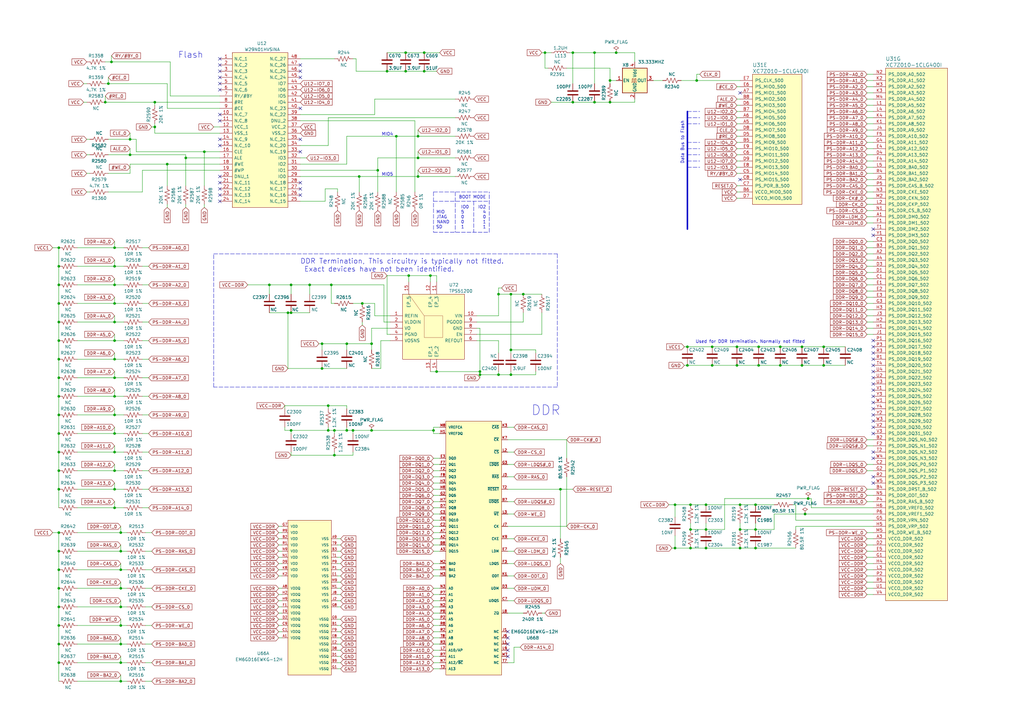
<source format=kicad_sch>
(kicad_sch (version 20210126) (generator eeschema)
  (paper "A3")
  (title_block (title "EBAZ4205 Schematic rebuild.") (date "2021-02-15") (rev "V004") (comment 1 "Some schematic symbols have been eeditted to clear DRC errors") (comment 2 "Extra PWR_FLAGS have been added to clear DRC errors") (comment 3 "Kicad does not allow refs like RxxxA some some devices have been renumbered"))
  (junction (at 24.13 101.6) (diameter 0.9144))
  (junction (at 24.13 109.22) (diameter 0.9144))
  (junction (at 24.13 116.84) (diameter 0.9144))
  (junction (at 24.13 124.46) (diameter 0.9144))
  (junction (at 24.13 132.08) (diameter 0.9144))
  (junction (at 24.13 139.7) (diameter 0.9144))
  (junction (at 24.13 147.32) (diameter 0.9144))
  (junction (at 24.13 154.94) (diameter 0.9144))
  (junction (at 24.13 162.56) (diameter 0.9144))
  (junction (at 24.13 170.18) (diameter 0.9144))
  (junction (at 24.13 177.8) (diameter 0.9144))
  (junction (at 24.13 185.42) (diameter 0.9144))
  (junction (at 24.13 193.04) (diameter 0.9144))
  (junction (at 24.13 200.66) (diameter 0.9144))
  (junction (at 24.13 218.44) (diameter 0.9144))
  (junction (at 24.13 226.06) (diameter 0.9144))
  (junction (at 24.13 233.68) (diameter 0.9144))
  (junction (at 24.13 241.3) (diameter 0.9144))
  (junction (at 24.13 248.92) (diameter 0.9144))
  (junction (at 24.13 256.54) (diameter 0.9144))
  (junction (at 24.13 264.16) (diameter 0.9144))
  (junction (at 24.13 271.78) (diameter 0.9144))
  (junction (at 43.18 41.91) (diameter 0.9144))
  (junction (at 44.45 34.29) (diameter 0.9144))
  (junction (at 45.72 25.4) (diameter 0.9144))
  (junction (at 46.99 101.6) (diameter 0.9144))
  (junction (at 46.99 109.22) (diameter 0.9144))
  (junction (at 46.99 116.84) (diameter 0.9144))
  (junction (at 46.99 124.46) (diameter 0.9144))
  (junction (at 46.99 132.08) (diameter 0.9144))
  (junction (at 46.99 139.7) (diameter 0.9144))
  (junction (at 46.99 147.32) (diameter 0.9144))
  (junction (at 46.99 154.94) (diameter 0.9144))
  (junction (at 46.99 162.56) (diameter 0.9144))
  (junction (at 46.99 170.18) (diameter 0.9144))
  (junction (at 46.99 177.8) (diameter 0.9144))
  (junction (at 46.99 185.42) (diameter 0.9144))
  (junction (at 46.99 193.04) (diameter 0.9144))
  (junction (at 46.99 200.66) (diameter 0.9144))
  (junction (at 46.99 208.28) (diameter 0.9144))
  (junction (at 49.53 218.44) (diameter 0.9144))
  (junction (at 49.53 226.06) (diameter 0.9144))
  (junction (at 49.53 233.68) (diameter 0.9144))
  (junction (at 49.53 241.3) (diameter 0.9144))
  (junction (at 49.53 248.92) (diameter 0.9144))
  (junction (at 49.53 256.54) (diameter 0.9144))
  (junction (at 49.53 264.16) (diameter 0.9144))
  (junction (at 49.53 271.78) (diameter 0.9144))
  (junction (at 49.53 279.4) (diameter 0.9144))
  (junction (at 53.34 57.15) (diameter 0.9144))
  (junction (at 53.34 63.5) (diameter 0.9144))
  (junction (at 63.5 41.91) (diameter 0.9144))
  (junction (at 63.5 52.07) (diameter 0.9144))
  (junction (at 68.58 67.31) (diameter 0.9144))
  (junction (at 76.2 64.77) (diameter 0.9144))
  (junction (at 83.82 62.23) (diameter 0.9144))
  (junction (at 110.49 116.84) (diameter 0.9144))
  (junction (at 118.11 128.27) (diameter 0.9144))
  (junction (at 119.38 116.84) (diameter 0.9144))
  (junction (at 119.38 128.27) (diameter 0.9144))
  (junction (at 119.38 176.53) (diameter 0.9144))
  (junction (at 127 116.84) (diameter 0.9144))
  (junction (at 132.08 140.97) (diameter 0.9144))
  (junction (at 132.08 151.13) (diameter 0.9144))
  (junction (at 134.62 166.37) (diameter 0.9144))
  (junction (at 134.62 176.53) (diameter 0.9144))
  (junction (at 135.89 116.84) (diameter 0.9144))
  (junction (at 137.16 176.53) (diameter 0.9144))
  (junction (at 137.16 186.69) (diameter 0.9144))
  (junction (at 142.24 140.97) (diameter 0.9144))
  (junction (at 142.24 176.53) (diameter 0.9144))
  (junction (at 144.78 176.53) (diameter 0.9144))
  (junction (at 147.32 72.39) (diameter 0.9144))
  (junction (at 148.59 124.46) (diameter 0.9144))
  (junction (at 152.4 140.97) (diameter 0.9144))
  (junction (at 152.4 176.53) (diameter 0.9144))
  (junction (at 154.94 69.85) (diameter 0.9144))
  (junction (at 158.75 29.21) (diameter 0.9144))
  (junction (at 162.56 55.88) (diameter 0.9144))
  (junction (at 166.37 21.59) (diameter 0.9144))
  (junction (at 166.37 29.21) (diameter 0.9144))
  (junction (at 167.64 113.03) (diameter 0.9144))
  (junction (at 171.45 55.88) (diameter 0.9144))
  (junction (at 171.45 64.77) (diameter 0.9144))
  (junction (at 171.45 72.39) (diameter 0.9144))
  (junction (at 173.99 21.59) (diameter 0.9144))
  (junction (at 173.99 29.21) (diameter 0.9144))
  (junction (at 176.53 113.03) (diameter 0.9144))
  (junction (at 177.8 176.53) (diameter 0.9144))
  (junction (at 179.07 152.4) (diameter 0.9144))
  (junction (at 196.85 152.4) (diameter 0.9144))
  (junction (at 196.85 153.67) (diameter 0.9144))
  (junction (at 204.47 120.65) (diameter 0.9144))
  (junction (at 204.47 153.67) (diameter 0.9144))
  (junction (at 209.55 120.65) (diameter 0.9144))
  (junction (at 209.55 143.51) (diameter 0.9144))
  (junction (at 209.55 153.67) (diameter 0.9144))
  (junction (at 214.63 120.65) (diameter 0.9144))
  (junction (at 223.52 21.59) (diameter 0.9144))
  (junction (at 229.87 200.66) (diameter 0.9144))
  (junction (at 234.95 21.59) (diameter 0.9144))
  (junction (at 234.95 41.91) (diameter 0.9144))
  (junction (at 243.84 21.59) (diameter 0.9144))
  (junction (at 243.84 41.91) (diameter 0.9144))
  (junction (at 250.19 33.02) (diameter 0.9144))
  (junction (at 250.19 41.91) (diameter 0.9144))
  (junction (at 252.73 21.59) (diameter 0.9144))
  (junction (at 276.86 207.01) (diameter 0.9144))
  (junction (at 276.86 224.79) (diameter 0.9144))
  (junction (at 281.94 142.24) (diameter 0.9144))
  (junction (at 281.94 149.86) (diameter 0.9144))
  (junction (at 283.21 207.01) (diameter 0.9144))
  (junction (at 283.21 217.17) (diameter 0.9144))
  (junction (at 283.21 224.79) (diameter 0.9144))
  (junction (at 285.75 33.02) (diameter 0.9144))
  (junction (at 289.56 207.01) (diameter 0.9144))
  (junction (at 289.56 217.17) (diameter 0.9144))
  (junction (at 289.56 224.79) (diameter 0.9144))
  (junction (at 292.1 142.24) (diameter 0.9144))
  (junction (at 292.1 149.86) (diameter 0.9144))
  (junction (at 302.26 142.24) (diameter 0.9144))
  (junction (at 302.26 149.86) (diameter 0.9144))
  (junction (at 303.53 207.01) (diameter 0.9144))
  (junction (at 303.53 217.17) (diameter 0.9144))
  (junction (at 303.53 224.79) (diameter 0.9144))
  (junction (at 309.88 207.01) (diameter 0.9144))
  (junction (at 309.88 217.17) (diameter 0.9144))
  (junction (at 309.88 224.79) (diameter 0.9144))
  (junction (at 311.15 142.24) (diameter 0.9144))
  (junction (at 311.15 149.86) (diameter 0.9144))
  (junction (at 320.04 142.24) (diameter 0.9144))
  (junction (at 320.04 149.86) (diameter 0.9144))
  (junction (at 328.93 142.24) (diameter 0.9144))
  (junction (at 328.93 149.86) (diameter 0.9144))
  (junction (at 330.2 210.82) (diameter 0.9144))
  (junction (at 331.47 204.47) (diameter 0.9144))
  (junction (at 337.82 142.24) (diameter 0.9144))
  (junction (at 337.82 149.86) (diameter 0.9144))
  (no_connect (at 90.17 24.13))
  (no_connect (at 90.17 26.67))
  (no_connect (at 90.17 29.21))
  (no_connect (at 90.17 31.75))
  (no_connect (at 90.17 34.29))
  (no_connect (at 90.17 36.83))
  (no_connect (at 90.17 46.99))
  (no_connect (at 90.17 49.53))
  (no_connect (at 90.17 57.15))
  (no_connect (at 90.17 59.69))
  (no_connect (at 90.17 72.39))
  (no_connect (at 90.17 74.93))
  (no_connect (at 90.17 77.47))
  (no_connect (at 90.17 80.01))
  (no_connect (at 90.17 82.55))
  (no_connect (at 123.19 26.67))
  (no_connect (at 123.19 29.21))
  (no_connect (at 123.19 31.75))
  (no_connect (at 123.19 44.45))
  (no_connect (at 123.19 57.15))
  (no_connect (at 123.19 62.23))
  (no_connect (at 123.19 74.93))
  (no_connect (at 123.19 77.47))
  (no_connect (at 123.19 80.01))
  (no_connect (at 208.28 259.08))
  (no_connect (at 208.28 261.62))
  (no_connect (at 208.28 264.16))
  (no_connect (at 208.28 266.7))
  (no_connect (at 208.28 269.24))
  (no_connect (at 303.53 38.1))
  (no_connect (at 303.53 73.66))
  (no_connect (at 358.14 93.98))
  (no_connect (at 358.14 96.52))
  (no_connect (at 358.14 139.7))
  (no_connect (at 358.14 142.24))
  (no_connect (at 358.14 144.78))
  (no_connect (at 358.14 147.32))
  (no_connect (at 358.14 149.86))
  (no_connect (at 358.14 152.4))
  (no_connect (at 358.14 154.94))
  (no_connect (at 358.14 157.48))
  (no_connect (at 358.14 160.02))
  (no_connect (at 358.14 162.56))
  (no_connect (at 358.14 165.1))
  (no_connect (at 358.14 167.64))
  (no_connect (at 358.14 170.18))
  (no_connect (at 358.14 172.72))
  (no_connect (at 358.14 175.26))
  (no_connect (at 358.14 177.8))
  (no_connect (at 358.14 185.42))
  (no_connect (at 358.14 187.96))
  (no_connect (at 358.14 195.58))
  (no_connect (at 358.14 198.12))
  (wire (pts (xy 21.59 101.6) (xy 24.13 101.6)))
  (wire (pts (xy 21.59 218.44) (xy 24.13 218.44)))
  (wire (pts (xy 24.13 109.22) (xy 24.13 101.6)))
  (wire (pts (xy 24.13 109.22) (xy 24.13 116.84)))
  (wire (pts (xy 24.13 124.46) (xy 24.13 116.84)))
  (wire (pts (xy 24.13 132.08) (xy 24.13 124.46)))
  (wire (pts (xy 24.13 132.08) (xy 24.13 139.7)))
  (wire (pts (xy 24.13 139.7) (xy 24.13 147.32)))
  (wire (pts (xy 24.13 147.32) (xy 24.13 154.94)))
  (wire (pts (xy 24.13 154.94) (xy 24.13 162.56)))
  (wire (pts (xy 24.13 162.56) (xy 24.13 170.18)))
  (wire (pts (xy 24.13 170.18) (xy 24.13 177.8)))
  (wire (pts (xy 24.13 185.42) (xy 24.13 177.8)))
  (wire (pts (xy 24.13 185.42) (xy 24.13 193.04)))
  (wire (pts (xy 24.13 200.66) (xy 24.13 193.04)))
  (wire (pts (xy 24.13 200.66) (xy 24.13 208.28)))
  (wire (pts (xy 24.13 218.44) (xy 24.13 226.06)))
  (wire (pts (xy 24.13 226.06) (xy 24.13 233.68)))
  (wire (pts (xy 24.13 241.3) (xy 24.13 233.68)))
  (wire (pts (xy 24.13 248.92) (xy 24.13 241.3)))
  (wire (pts (xy 24.13 248.92) (xy 24.13 256.54)))
  (wire (pts (xy 24.13 256.54) (xy 24.13 264.16)))
  (wire (pts (xy 24.13 264.16) (xy 24.13 271.78)))
  (wire (pts (xy 24.13 271.78) (xy 24.13 279.4)))
  (wire (pts (xy 31.75 101.6) (xy 46.99 101.6)))
  (wire (pts (xy 31.75 109.22) (xy 46.99 109.22)))
  (wire (pts (xy 31.75 116.84) (xy 46.99 116.84)))
  (wire (pts (xy 31.75 124.46) (xy 46.99 124.46)))
  (wire (pts (xy 31.75 132.08) (xy 46.99 132.08)))
  (wire (pts (xy 31.75 139.7) (xy 46.99 139.7)))
  (wire (pts (xy 31.75 147.32) (xy 46.99 147.32)))
  (wire (pts (xy 31.75 154.94) (xy 46.99 154.94)))
  (wire (pts (xy 31.75 162.56) (xy 46.99 162.56)))
  (wire (pts (xy 31.75 170.18) (xy 46.99 170.18)))
  (wire (pts (xy 31.75 177.8) (xy 46.99 177.8)))
  (wire (pts (xy 31.75 185.42) (xy 46.99 185.42)))
  (wire (pts (xy 31.75 193.04) (xy 46.99 193.04)))
  (wire (pts (xy 31.75 200.66) (xy 46.99 200.66)))
  (wire (pts (xy 31.75 208.28) (xy 46.99 208.28)))
  (wire (pts (xy 31.75 218.44) (xy 49.53 218.44)))
  (wire (pts (xy 31.75 226.06) (xy 49.53 226.06)))
  (wire (pts (xy 31.75 233.68) (xy 49.53 233.68)))
  (wire (pts (xy 31.75 241.3) (xy 49.53 241.3)))
  (wire (pts (xy 31.75 248.92) (xy 49.53 248.92)))
  (wire (pts (xy 31.75 256.54) (xy 49.53 256.54)))
  (wire (pts (xy 31.75 264.16) (xy 49.53 264.16)))
  (wire (pts (xy 31.75 271.78) (xy 49.53 271.78)))
  (wire (pts (xy 31.75 279.4) (xy 49.53 279.4)))
  (wire (pts (xy 34.29 34.29) (xy 35.56 34.29)))
  (wire (pts (xy 34.29 41.91) (xy 35.56 41.91)))
  (wire (pts (xy 35.56 57.15) (xy 36.83 57.15)))
  (wire (pts (xy 35.56 63.5) (xy 36.83 63.5)))
  (wire (pts (xy 35.56 71.12) (xy 36.83 71.12)))
  (wire (pts (xy 35.56 78.74) (xy 36.83 78.74)))
  (wire (pts (xy 43.18 34.29) (xy 44.45 34.29)))
  (wire (pts (xy 43.18 39.37) (xy 43.18 41.91)))
  (wire (pts (xy 43.18 41.91) (xy 63.5 41.91)))
  (wire (pts (xy 44.45 31.75) (xy 44.45 34.29)))
  (wire (pts (xy 44.45 57.15) (xy 53.34 57.15)))
  (wire (pts (xy 44.45 63.5) (xy 53.34 63.5)))
  (wire (pts (xy 44.45 71.12) (xy 53.34 71.12)))
  (wire (pts (xy 44.45 78.74) (xy 58.42 78.74)))
  (wire (pts (xy 45.72 22.86) (xy 45.72 25.4)))
  (wire (pts (xy 45.72 25.4) (xy 43.18 25.4)))
  (wire (pts (xy 46.99 99.06) (xy 46.99 101.6)))
  (wire (pts (xy 46.99 101.6) (xy 50.8 101.6)))
  (wire (pts (xy 46.99 106.68) (xy 46.99 109.22)))
  (wire (pts (xy 46.99 109.22) (xy 50.8 109.22)))
  (wire (pts (xy 46.99 114.3) (xy 46.99 116.84)))
  (wire (pts (xy 46.99 116.84) (xy 50.8 116.84)))
  (wire (pts (xy 46.99 121.92) (xy 46.99 124.46)))
  (wire (pts (xy 46.99 124.46) (xy 50.8 124.46)))
  (wire (pts (xy 46.99 129.54) (xy 46.99 132.08)))
  (wire (pts (xy 46.99 132.08) (xy 50.8 132.08)))
  (wire (pts (xy 46.99 137.16) (xy 46.99 139.7)))
  (wire (pts (xy 46.99 139.7) (xy 50.8 139.7)))
  (wire (pts (xy 46.99 144.78) (xy 46.99 147.32)))
  (wire (pts (xy 46.99 147.32) (xy 50.8 147.32)))
  (wire (pts (xy 46.99 152.4) (xy 46.99 154.94)))
  (wire (pts (xy 46.99 154.94) (xy 50.8 154.94)))
  (wire (pts (xy 46.99 160.02) (xy 46.99 162.56)))
  (wire (pts (xy 46.99 162.56) (xy 50.8 162.56)))
  (wire (pts (xy 46.99 167.64) (xy 46.99 170.18)))
  (wire (pts (xy 46.99 170.18) (xy 50.8 170.18)))
  (wire (pts (xy 46.99 175.26) (xy 46.99 177.8)))
  (wire (pts (xy 46.99 177.8) (xy 50.8 177.8)))
  (wire (pts (xy 46.99 182.88) (xy 46.99 185.42)))
  (wire (pts (xy 46.99 185.42) (xy 50.8 185.42)))
  (wire (pts (xy 46.99 190.5) (xy 46.99 193.04)))
  (wire (pts (xy 46.99 193.04) (xy 50.8 193.04)))
  (wire (pts (xy 46.99 198.12) (xy 46.99 200.66)))
  (wire (pts (xy 46.99 200.66) (xy 50.8 200.66)))
  (wire (pts (xy 46.99 205.74) (xy 46.99 208.28)))
  (wire (pts (xy 46.99 208.28) (xy 50.8 208.28)))
  (wire (pts (xy 49.53 215.9) (xy 49.53 218.44)))
  (wire (pts (xy 49.53 218.44) (xy 52.07 218.44)))
  (wire (pts (xy 49.53 223.52) (xy 49.53 226.06)))
  (wire (pts (xy 49.53 226.06) (xy 52.07 226.06)))
  (wire (pts (xy 49.53 231.14) (xy 49.53 233.68)))
  (wire (pts (xy 49.53 233.68) (xy 52.07 233.68)))
  (wire (pts (xy 49.53 238.76) (xy 49.53 241.3)))
  (wire (pts (xy 49.53 241.3) (xy 52.07 241.3)))
  (wire (pts (xy 49.53 246.38) (xy 49.53 248.92)))
  (wire (pts (xy 49.53 248.92) (xy 52.07 248.92)))
  (wire (pts (xy 49.53 254) (xy 49.53 256.54)))
  (wire (pts (xy 49.53 256.54) (xy 52.07 256.54)))
  (wire (pts (xy 49.53 261.62) (xy 49.53 264.16)))
  (wire (pts (xy 49.53 264.16) (xy 52.07 264.16)))
  (wire (pts (xy 49.53 269.24) (xy 49.53 271.78)))
  (wire (pts (xy 49.53 271.78) (xy 52.07 271.78)))
  (wire (pts (xy 49.53 276.86) (xy 49.53 279.4)))
  (wire (pts (xy 49.53 279.4) (xy 52.07 279.4)))
  (wire (pts (xy 53.34 54.61) (xy 53.34 57.15)))
  (wire (pts (xy 53.34 57.15) (xy 55.88 57.15)))
  (wire (pts (xy 53.34 60.96) (xy 53.34 63.5)))
  (wire (pts (xy 53.34 63.5) (xy 76.2 63.5)))
  (wire (pts (xy 53.34 67.31) (xy 68.58 67.31)))
  (wire (pts (xy 53.34 71.12) (xy 53.34 67.31)))
  (wire (pts (xy 55.88 57.15) (xy 55.88 62.23)))
  (wire (pts (xy 55.88 62.23) (xy 83.82 62.23)))
  (wire (pts (xy 58.42 69.85) (xy 58.42 78.74)))
  (wire (pts (xy 58.42 101.6) (xy 60.96 101.6)))
  (wire (pts (xy 58.42 109.22) (xy 60.96 109.22)))
  (wire (pts (xy 58.42 116.84) (xy 60.96 116.84)))
  (wire (pts (xy 58.42 124.46) (xy 60.96 124.46)))
  (wire (pts (xy 58.42 132.08) (xy 60.96 132.08)))
  (wire (pts (xy 58.42 139.7) (xy 60.96 139.7)))
  (wire (pts (xy 58.42 147.32) (xy 60.96 147.32)))
  (wire (pts (xy 58.42 154.94) (xy 60.96 154.94)))
  (wire (pts (xy 58.42 162.56) (xy 60.96 162.56)))
  (wire (pts (xy 58.42 170.18) (xy 60.96 170.18)))
  (wire (pts (xy 58.42 177.8) (xy 60.96 177.8)))
  (wire (pts (xy 58.42 185.42) (xy 60.96 185.42)))
  (wire (pts (xy 58.42 193.04) (xy 60.96 193.04)))
  (wire (pts (xy 58.42 200.66) (xy 60.96 200.66)))
  (wire (pts (xy 58.42 208.28) (xy 60.96 208.28)))
  (wire (pts (xy 59.69 218.44) (xy 62.23 218.44)))
  (wire (pts (xy 59.69 226.06) (xy 62.23 226.06)))
  (wire (pts (xy 59.69 233.68) (xy 62.23 233.68)))
  (wire (pts (xy 59.69 241.3) (xy 62.23 241.3)))
  (wire (pts (xy 59.69 248.92) (xy 62.23 248.92)))
  (wire (pts (xy 59.69 256.54) (xy 62.23 256.54)))
  (wire (pts (xy 59.69 264.16) (xy 62.23 264.16)))
  (wire (pts (xy 59.69 271.78) (xy 62.23 271.78)))
  (wire (pts (xy 59.69 279.4) (xy 62.23 279.4)))
  (wire (pts (xy 62.23 52.07) (xy 63.5 52.07)))
  (wire (pts (xy 63.5 41.91) (xy 63.5 43.18)))
  (wire (pts (xy 63.5 41.91) (xy 90.17 41.91)))
  (wire (pts (xy 63.5 50.8) (xy 63.5 52.07)))
  (wire (pts (xy 63.5 52.07) (xy 63.5 54.61)))
  (wire (pts (xy 63.5 54.61) (xy 90.17 54.61)))
  (wire (pts (xy 68.58 34.29) (xy 44.45 34.29)))
  (wire (pts (xy 68.58 34.29) (xy 68.58 44.45)))
  (wire (pts (xy 68.58 67.31) (xy 68.58 76.2)))
  (wire (pts (xy 68.58 83.82) (xy 68.58 85.09)))
  (wire (pts (xy 69.85 25.4) (xy 45.72 25.4)))
  (wire (pts (xy 69.85 39.37) (xy 69.85 25.4)))
  (wire (pts (xy 76.2 63.5) (xy 76.2 64.77)))
  (wire (pts (xy 76.2 64.77) (xy 76.2 76.2)))
  (wire (pts (xy 76.2 83.82) (xy 76.2 85.09)))
  (wire (pts (xy 83.82 62.23) (xy 83.82 76.2)))
  (wire (pts (xy 83.82 83.82) (xy 83.82 85.09)))
  (wire (pts (xy 87.63 52.07) (xy 90.17 52.07)))
  (wire (pts (xy 90.17 39.37) (xy 69.85 39.37)))
  (wire (pts (xy 90.17 44.45) (xy 68.58 44.45)))
  (wire (pts (xy 90.17 62.23) (xy 83.82 62.23)))
  (wire (pts (xy 90.17 64.77) (xy 76.2 64.77)))
  (wire (pts (xy 90.17 67.31) (xy 68.58 67.31)))
  (wire (pts (xy 90.17 69.85) (xy 58.42 69.85)))
  (wire (pts (xy 101.6 116.84) (xy 110.49 116.84)))
  (wire (pts (xy 110.49 116.84) (xy 110.49 120.65)))
  (wire (pts (xy 110.49 128.27) (xy 118.11 128.27)))
  (wire (pts (xy 114.3 215.9) (xy 115.57 215.9)))
  (wire (pts (xy 114.3 218.44) (xy 115.57 218.44)))
  (wire (pts (xy 114.3 220.98) (xy 115.57 220.98)))
  (wire (pts (xy 114.3 223.52) (xy 115.57 223.52)))
  (wire (pts (xy 114.3 226.06) (xy 115.57 226.06)))
  (wire (pts (xy 114.3 228.6) (xy 115.57 228.6)))
  (wire (pts (xy 114.3 231.14) (xy 115.57 231.14)))
  (wire (pts (xy 114.3 233.68) (xy 115.57 233.68)))
  (wire (pts (xy 114.3 236.22) (xy 115.57 236.22)))
  (wire (pts (xy 114.3 241.3) (xy 115.57 241.3)))
  (wire (pts (xy 114.3 243.84) (xy 115.57 243.84)))
  (wire (pts (xy 114.3 246.38) (xy 115.57 246.38)))
  (wire (pts (xy 114.3 248.92) (xy 115.57 248.92)))
  (wire (pts (xy 114.3 251.46) (xy 115.57 251.46)))
  (wire (pts (xy 114.3 254) (xy 115.57 254)))
  (wire (pts (xy 114.3 256.54) (xy 115.57 256.54)))
  (wire (pts (xy 114.3 259.08) (xy 115.57 259.08)))
  (wire (pts (xy 114.3 261.62) (xy 115.57 261.62)))
  (wire (pts (xy 116.84 166.37) (xy 116.84 167.64)))
  (wire (pts (xy 116.84 166.37) (xy 134.62 166.37)))
  (wire (pts (xy 116.84 175.26) (xy 116.84 176.53)))
  (wire (pts (xy 116.84 176.53) (xy 119.38 176.53)))
  (wire (pts (xy 118.11 128.27) (xy 118.11 151.13)))
  (wire (pts (xy 118.11 128.27) (xy 119.38 128.27)))
  (wire (pts (xy 118.11 151.13) (xy 132.08 151.13)))
  (wire (pts (xy 119.38 116.84) (xy 110.49 116.84)))
  (wire (pts (xy 119.38 116.84) (xy 119.38 120.65)))
  (wire (pts (xy 119.38 128.27) (xy 127 128.27)))
  (wire (pts (xy 119.38 176.53) (xy 134.62 176.53)))
  (wire (pts (xy 119.38 177.8) (xy 119.38 176.53)))
  (wire (pts (xy 119.38 186.69) (xy 119.38 185.42)))
  (wire (pts (xy 119.38 186.69) (xy 137.16 186.69)))
  (wire (pts (xy 123.19 24.13) (xy 137.16 24.13)))
  (wire (pts (xy 123.19 46.99) (xy 153.67 46.99)))
  (wire (pts (xy 123.19 49.53) (xy 170.18 49.53)))
  (wire (pts (xy 123.19 64.77) (xy 125.73 64.77)))
  (wire (pts (xy 123.19 69.85) (xy 154.94 69.85)))
  (wire (pts (xy 123.19 72.39) (xy 147.32 72.39)))
  (wire (pts (xy 127 116.84) (xy 119.38 116.84)))
  (wire (pts (xy 127 116.84) (xy 127 120.65)))
  (wire (pts (xy 130.81 140.97) (xy 132.08 140.97)))
  (wire (pts (xy 132.08 143.51) (xy 132.08 140.97)))
  (wire (pts (xy 132.08 151.13) (xy 142.24 151.13)))
  (wire (pts (xy 133.35 77.47) (xy 133.35 82.55)))
  (wire (pts (xy 133.35 82.55) (xy 123.19 82.55)))
  (wire (pts (xy 134.62 48.26) (xy 134.62 59.69)))
  (wire (pts (xy 134.62 59.69) (xy 123.19 59.69)))
  (wire (pts (xy 134.62 166.37) (xy 134.62 167.64)))
  (wire (pts (xy 134.62 166.37) (xy 142.24 166.37)))
  (wire (pts (xy 134.62 175.26) (xy 134.62 176.53)))
  (wire (pts (xy 135.89 116.84) (xy 127 116.84)))
  (wire (pts (xy 135.89 116.84) (xy 135.89 124.46)))
  (wire (pts (xy 135.89 116.84) (xy 157.48 116.84)))
  (wire (pts (xy 135.89 124.46) (xy 137.16 124.46)))
  (wire (pts (xy 137.16 176.53) (xy 134.62 176.53)))
  (wire (pts (xy 137.16 177.8) (xy 137.16 176.53)))
  (wire (pts (xy 137.16 186.69) (xy 137.16 185.42)))
  (wire (pts (xy 137.16 186.69) (xy 144.78 186.69)))
  (wire (pts (xy 138.43 77.47) (xy 133.35 77.47)))
  (wire (pts (xy 138.43 77.47) (xy 138.43 78.74)))
  (wire (pts (xy 138.43 220.98) (xy 139.7 220.98)))
  (wire (pts (xy 138.43 223.52) (xy 139.7 223.52)))
  (wire (pts (xy 138.43 226.06) (xy 139.7 226.06)))
  (wire (pts (xy 138.43 228.6) (xy 139.7 228.6)))
  (wire (pts (xy 138.43 231.14) (xy 139.7 231.14)))
  (wire (pts (xy 138.43 233.68) (xy 139.7 233.68)))
  (wire (pts (xy 138.43 236.22) (xy 139.7 236.22)))
  (wire (pts (xy 138.43 238.76) (xy 139.7 238.76)))
  (wire (pts (xy 138.43 241.3) (xy 139.7 241.3)))
  (wire (pts (xy 138.43 243.84) (xy 139.7 243.84)))
  (wire (pts (xy 138.43 246.38) (xy 139.7 246.38)))
  (wire (pts (xy 138.43 248.92) (xy 139.7 248.92)))
  (wire (pts (xy 138.43 254) (xy 139.7 254)))
  (wire (pts (xy 138.43 256.54) (xy 139.7 256.54)))
  (wire (pts (xy 138.43 259.08) (xy 139.7 259.08)))
  (wire (pts (xy 138.43 261.62) (xy 139.7 261.62)))
  (wire (pts (xy 138.43 264.16) (xy 139.7 264.16)))
  (wire (pts (xy 138.43 266.7) (xy 139.7 266.7)))
  (wire (pts (xy 138.43 269.24) (xy 139.7 269.24)))
  (wire (pts (xy 138.43 271.78) (xy 139.7 271.78)))
  (wire (pts (xy 138.43 274.32) (xy 139.7 274.32)))
  (wire (pts (xy 142.24 55.88) (xy 142.24 67.31)))
  (wire (pts (xy 142.24 67.31) (xy 123.19 67.31)))
  (wire (pts (xy 142.24 140.97) (xy 132.08 140.97)))
  (wire (pts (xy 142.24 140.97) (xy 142.24 143.51)))
  (wire (pts (xy 142.24 140.97) (xy 152.4 140.97)))
  (wire (pts (xy 142.24 166.37) (xy 142.24 167.64)))
  (wire (pts (xy 142.24 175.26) (xy 142.24 176.53)))
  (wire (pts (xy 142.24 176.53) (xy 137.16 176.53)))
  (wire (pts (xy 142.24 176.53) (xy 144.78 176.53)))
  (wire (pts (xy 144.78 24.13) (xy 146.05 24.13)))
  (wire (pts (xy 144.78 124.46) (xy 148.59 124.46)))
  (wire (pts (xy 144.78 177.8) (xy 144.78 176.53)))
  (wire (pts (xy 144.78 186.69) (xy 144.78 185.42)))
  (wire (pts (xy 146.05 24.13) (xy 146.05 29.21)))
  (wire (pts (xy 147.32 72.39) (xy 147.32 78.74)))
  (wire (pts (xy 148.59 124.46) (xy 153.67 124.46)))
  (wire (pts (xy 148.59 132.08) (xy 148.59 133.35)))
  (wire (pts (xy 152.4 134.62) (xy 152.4 140.97)))
  (wire (pts (xy 152.4 134.62) (xy 160.02 134.62)))
  (wire (pts (xy 152.4 140.97) (xy 152.4 143.51)))
  (wire (pts (xy 152.4 151.13) (xy 156.21 151.13)))
  (wire (pts (xy 152.4 176.53) (xy 144.78 176.53)))
  (wire (pts (xy 153.67 40.64) (xy 153.67 46.99)))
  (wire (pts (xy 153.67 124.46) (xy 153.67 129.54)))
  (wire (pts (xy 153.67 129.54) (xy 160.02 129.54)))
  (wire (pts (xy 154.94 64.77) (xy 154.94 69.85)))
  (wire (pts (xy 154.94 69.85) (xy 154.94 78.74)))
  (wire (pts (xy 156.21 139.7) (xy 160.02 139.7)))
  (wire (pts (xy 156.21 151.13) (xy 156.21 139.7)))
  (wire (pts (xy 157.48 116.84) (xy 157.48 132.08)))
  (wire (pts (xy 158.75 21.59) (xy 166.37 21.59)))
  (wire (pts (xy 158.75 29.21) (xy 146.05 29.21)))
  (wire (pts (xy 158.75 113.03) (xy 158.75 137.16)))
  (wire (pts (xy 158.75 137.16) (xy 160.02 137.16)))
  (wire (pts (xy 160.02 132.08) (xy 157.48 132.08)))
  (wire (pts (xy 162.56 55.88) (xy 142.24 55.88)))
  (wire (pts (xy 162.56 55.88) (xy 162.56 78.74)))
  (wire (pts (xy 166.37 29.21) (xy 158.75 29.21)))
  (wire (pts (xy 167.64 113.03) (xy 158.75 113.03)))
  (wire (pts (xy 167.64 113.03) (xy 167.64 115.57)))
  (wire (pts (xy 170.18 49.53) (xy 170.18 78.74)))
  (wire (pts (xy 171.45 53.34) (xy 171.45 55.88)))
  (wire (pts (xy 171.45 55.88) (xy 162.56 55.88)))
  (wire (pts (xy 171.45 55.88) (xy 186.69 55.88)))
  (wire (pts (xy 171.45 62.23) (xy 171.45 64.77)))
  (wire (pts (xy 171.45 64.77) (xy 154.94 64.77)))
  (wire (pts (xy 171.45 64.77) (xy 186.69 64.77)))
  (wire (pts (xy 171.45 69.85) (xy 171.45 72.39)))
  (wire (pts (xy 171.45 72.39) (xy 147.32 72.39)))
  (wire (pts (xy 171.45 72.39) (xy 186.69 72.39)))
  (wire (pts (xy 173.99 21.59) (xy 166.37 21.59)))
  (wire (pts (xy 173.99 21.59) (xy 180.34 21.59)))
  (wire (pts (xy 173.99 29.21) (xy 166.37 29.21)))
  (wire (pts (xy 176.53 113.03) (xy 167.64 113.03)))
  (wire (pts (xy 176.53 113.03) (xy 176.53 115.57)))
  (wire (pts (xy 176.53 152.4) (xy 179.07 152.4)))
  (wire (pts (xy 177.8 175.26) (xy 177.8 176.53)))
  (wire (pts (xy 177.8 175.26) (xy 180.34 175.26)))
  (wire (pts (xy 177.8 176.53) (xy 152.4 176.53)))
  (wire (pts (xy 177.8 176.53) (xy 177.8 177.8)))
  (wire (pts (xy 177.8 177.8) (xy 180.34 177.8)))
  (wire (pts (xy 177.8 187.96) (xy 180.34 187.96)))
  (wire (pts (xy 177.8 190.5) (xy 180.34 190.5)))
  (wire (pts (xy 177.8 193.04) (xy 180.34 193.04)))
  (wire (pts (xy 177.8 195.58) (xy 180.34 195.58)))
  (wire (pts (xy 177.8 198.12) (xy 180.34 198.12)))
  (wire (pts (xy 177.8 200.66) (xy 180.34 200.66)))
  (wire (pts (xy 177.8 203.2) (xy 180.34 203.2)))
  (wire (pts (xy 177.8 205.74) (xy 180.34 205.74)))
  (wire (pts (xy 177.8 208.28) (xy 180.34 208.28)))
  (wire (pts (xy 177.8 210.82) (xy 180.34 210.82)))
  (wire (pts (xy 177.8 213.36) (xy 180.34 213.36)))
  (wire (pts (xy 177.8 215.9) (xy 180.34 215.9)))
  (wire (pts (xy 177.8 218.44) (xy 180.34 218.44)))
  (wire (pts (xy 177.8 220.98) (xy 180.34 220.98)))
  (wire (pts (xy 177.8 223.52) (xy 180.34 223.52)))
  (wire (pts (xy 177.8 226.06) (xy 180.34 226.06)))
  (wire (pts (xy 177.8 231.14) (xy 180.34 231.14)))
  (wire (pts (xy 177.8 233.68) (xy 180.34 233.68)))
  (wire (pts (xy 177.8 236.22) (xy 180.34 236.22)))
  (wire (pts (xy 177.8 241.3) (xy 180.34 241.3)))
  (wire (pts (xy 177.8 243.84) (xy 180.34 243.84)))
  (wire (pts (xy 177.8 246.38) (xy 180.34 246.38)))
  (wire (pts (xy 177.8 248.92) (xy 180.34 248.92)))
  (wire (pts (xy 177.8 251.46) (xy 180.34 251.46)))
  (wire (pts (xy 177.8 254) (xy 180.34 254)))
  (wire (pts (xy 177.8 256.54) (xy 180.34 256.54)))
  (wire (pts (xy 177.8 259.08) (xy 180.34 259.08)))
  (wire (pts (xy 177.8 261.62) (xy 180.34 261.62)))
  (wire (pts (xy 177.8 264.16) (xy 180.34 264.16)))
  (wire (pts (xy 177.8 266.7) (xy 180.34 266.7)))
  (wire (pts (xy 177.8 269.24) (xy 180.34 269.24)))
  (wire (pts (xy 177.8 271.78) (xy 180.34 271.78)))
  (wire (pts (xy 177.8 274.32) (xy 180.34 274.32)))
  (wire (pts (xy 179.07 29.21) (xy 173.99 29.21)))
  (wire (pts (xy 179.07 113.03) (xy 176.53 113.03)))
  (wire (pts (xy 179.07 115.57) (xy 179.07 113.03)))
  (wire (pts (xy 186.69 40.64) (xy 153.67 40.64)))
  (wire (pts (xy 186.69 48.26) (xy 134.62 48.26)))
  (wire (pts (xy 195.58 129.54) (xy 204.47 129.54)))
  (wire (pts (xy 195.58 132.08) (xy 214.63 132.08)))
  (wire (pts (xy 195.58 137.16) (xy 222.25 137.16)))
  (wire (pts (xy 195.58 139.7) (xy 204.47 139.7)))
  (wire (pts (xy 196.85 134.62) (xy 195.58 134.62)))
  (wire (pts (xy 196.85 134.62) (xy 196.85 152.4)))
  (wire (pts (xy 196.85 152.4) (xy 179.07 152.4)))
  (wire (pts (xy 196.85 153.67) (xy 196.85 152.4)))
  (wire (pts (xy 196.85 153.67) (xy 196.85 154.94)))
  (wire (pts (xy 204.47 118.11) (xy 204.47 120.65)))
  (wire (pts (xy 204.47 129.54) (xy 204.47 120.65)))
  (wire (pts (xy 204.47 139.7) (xy 204.47 144.78)))
  (wire (pts (xy 204.47 152.4) (xy 204.47 153.67)))
  (wire (pts (xy 204.47 153.67) (xy 196.85 153.67)))
  (wire (pts (xy 205.74 118.11) (xy 204.47 118.11)))
  (wire (pts (xy 208.28 175.26) (xy 210.82 175.26)))
  (wire (pts (xy 208.28 180.34) (xy 232.41 180.34)))
  (wire (pts (xy 208.28 185.42) (xy 210.82 185.42)))
  (wire (pts (xy 208.28 190.5) (xy 210.82 190.5)))
  (wire (pts (xy 208.28 195.58) (xy 210.82 195.58)))
  (wire (pts (xy 208.28 200.66) (xy 229.87 200.66)))
  (wire (pts (xy 208.28 205.74) (xy 210.82 205.74)))
  (wire (pts (xy 208.28 210.82) (xy 210.82 210.82)))
  (wire (pts (xy 208.28 215.9) (xy 232.41 215.9)))
  (wire (pts (xy 208.28 220.98) (xy 210.82 220.98)))
  (wire (pts (xy 208.28 226.06) (xy 210.82 226.06)))
  (wire (pts (xy 208.28 231.14) (xy 210.82 231.14)))
  (wire (pts (xy 208.28 236.22) (xy 210.82 236.22)))
  (wire (pts (xy 208.28 241.3) (xy 210.82 241.3)))
  (wire (pts (xy 208.28 246.38) (xy 210.82 246.38)))
  (wire (pts (xy 208.28 251.46) (xy 214.63 251.46)))
  (wire (pts (xy 209.55 120.65) (xy 204.47 120.65)))
  (wire (pts (xy 209.55 120.65) (xy 209.55 143.51)))
  (wire (pts (xy 209.55 120.65) (xy 214.63 120.65)))
  (wire (pts (xy 209.55 143.51) (xy 209.55 144.78)))
  (wire (pts (xy 209.55 143.51) (xy 219.71 143.51)))
  (wire (pts (xy 209.55 152.4) (xy 209.55 153.67)))
  (wire (pts (xy 209.55 153.67) (xy 204.47 153.67)))
  (wire (pts (xy 209.55 153.67) (xy 219.71 153.67)))
  (wire (pts (xy 210.82 265.43) (xy 210.82 271.78)))
  (wire (pts (xy 210.82 271.78) (xy 208.28 271.78)))
  (wire (pts (xy 213.36 265.43) (xy 210.82 265.43)))
  (wire (pts (xy 214.63 120.65) (xy 222.25 120.65)))
  (wire (pts (xy 214.63 128.27) (xy 214.63 132.08)))
  (wire (pts (xy 219.71 144.78) (xy 219.71 143.51)))
  (wire (pts (xy 219.71 152.4) (xy 219.71 153.67)))
  (wire (pts (xy 222.25 21.59) (xy 223.52 21.59)))
  (wire (pts (xy 222.25 128.27) (xy 222.25 137.16)))
  (wire (pts (xy 222.25 251.46) (xy 223.52 251.46)))
  (wire (pts (xy 223.52 21.59) (xy 223.52 27.94)))
  (wire (pts (xy 223.52 21.59) (xy 226.06 21.59)))
  (wire (pts (xy 223.52 27.94) (xy 224.79 27.94)))
  (wire (pts (xy 229.87 200.66) (xy 229.87 220.98)))
  (wire (pts (xy 229.87 200.66) (xy 234.95 200.66)))
  (wire (pts (xy 229.87 228.6) (xy 229.87 231.14)))
  (wire (pts (xy 232.41 27.94) (xy 250.19 27.94)))
  (wire (pts (xy 232.41 180.34) (xy 232.41 187.96)))
  (wire (pts (xy 232.41 195.58) (xy 232.41 215.9)))
  (wire (pts (xy 233.68 21.59) (xy 234.95 21.59)))
  (wire (pts (xy 234.95 21.59) (xy 234.95 34.29)))
  (wire (pts (xy 234.95 41.91) (xy 226.06 41.91)))
  (wire (pts (xy 243.84 21.59) (xy 234.95 21.59)))
  (wire (pts (xy 243.84 21.59) (xy 243.84 34.29)))
  (wire (pts (xy 243.84 21.59) (xy 252.73 21.59)))
  (wire (pts (xy 243.84 41.91) (xy 234.95 41.91)))
  (wire (pts (xy 250.19 27.94) (xy 250.19 33.02)))
  (wire (pts (xy 250.19 33.02) (xy 250.19 34.29)))
  (wire (pts (xy 250.19 41.91) (xy 243.84 41.91)))
  (wire (pts (xy 252.73 21.59) (xy 260.35 21.59)))
  (wire (pts (xy 252.73 33.02) (xy 250.19 33.02)))
  (wire (pts (xy 260.35 21.59) (xy 260.35 25.4)))
  (wire (pts (xy 260.35 40.64) (xy 260.35 41.91)))
  (wire (pts (xy 260.35 41.91) (xy 250.19 41.91)))
  (wire (pts (xy 267.97 33.02) (xy 271.78 33.02)))
  (wire (pts (xy 274.32 207.01) (xy 276.86 207.01)))
  (wire (pts (xy 275.59 224.79) (xy 276.86 224.79)))
  (wire (pts (xy 276.86 207.01) (xy 276.86 212.09)))
  (wire (pts (xy 276.86 207.01) (xy 283.21 207.01)))
  (wire (pts (xy 276.86 219.71) (xy 276.86 224.79)))
  (wire (pts (xy 276.86 224.79) (xy 283.21 224.79)))
  (wire (pts (xy 279.4 33.02) (xy 285.75 33.02)))
  (wire (pts (xy 280.67 142.24) (xy 281.94 142.24)))
  (wire (pts (xy 280.67 149.86) (xy 281.94 149.86)))
  (wire (pts (xy 283.21 214.63) (xy 283.21 217.17)))
  (wire (pts (xy 283.21 217.17) (xy 289.56 217.17)))
  (wire (pts (xy 285.75 30.48) (xy 285.75 33.02)))
  (wire (pts (xy 285.75 33.02) (xy 303.53 33.02)))
  (wire (pts (xy 287.02 30.48) (xy 285.75 30.48)))
  (wire (pts (xy 289.56 207.01) (xy 283.21 207.01)))
  (wire (pts (xy 289.56 207.01) (xy 303.53 207.01)))
  (wire (pts (xy 289.56 214.63) (xy 289.56 217.17)))
  (wire (pts (xy 289.56 217.17) (xy 297.18 217.17)))
  (wire (pts (xy 289.56 224.79) (xy 283.21 224.79)))
  (wire (pts (xy 289.56 224.79) (xy 303.53 224.79)))
  (wire (pts (xy 292.1 142.24) (xy 281.94 142.24)))
  (wire (pts (xy 292.1 149.86) (xy 281.94 149.86)))
  (wire (pts (xy 297.18 204.47) (xy 297.18 217.17)))
  (wire (pts (xy 302.26 35.56) (xy 303.53 35.56)))
  (wire (pts (xy 302.26 40.64) (xy 303.53 40.64)))
  (wire (pts (xy 302.26 43.18) (xy 303.53 43.18)))
  (wire (pts (xy 302.26 45.72) (xy 303.53 45.72)))
  (wire (pts (xy 302.26 48.26) (xy 303.53 48.26)))
  (wire (pts (xy 302.26 50.8) (xy 303.53 50.8)))
  (wire (pts (xy 302.26 53.34) (xy 303.53 53.34)))
  (wire (pts (xy 302.26 55.88) (xy 303.53 55.88)))
  (wire (pts (xy 302.26 58.42) (xy 303.53 58.42)))
  (wire (pts (xy 302.26 60.96) (xy 303.53 60.96)))
  (wire (pts (xy 302.26 63.5) (xy 303.53 63.5)))
  (wire (pts (xy 302.26 66.04) (xy 303.53 66.04)))
  (wire (pts (xy 302.26 68.58) (xy 303.53 68.58)))
  (wire (pts (xy 302.26 71.12) (xy 303.53 71.12)))
  (wire (pts (xy 302.26 76.2) (xy 303.53 76.2)))
  (wire (pts (xy 302.26 78.74) (xy 303.53 78.74)))
  (wire (pts (xy 302.26 81.28) (xy 303.53 81.28)))
  (wire (pts (xy 302.26 142.24) (xy 292.1 142.24)))
  (wire (pts (xy 302.26 142.24) (xy 311.15 142.24)))
  (wire (pts (xy 302.26 149.86) (xy 292.1 149.86)))
  (wire (pts (xy 303.53 207.01) (xy 309.88 207.01)))
  (wire (pts (xy 303.53 214.63) (xy 303.53 217.17)))
  (wire (pts (xy 309.88 207.01) (xy 317.5 207.01)))
  (wire (pts (xy 309.88 214.63) (xy 309.88 217.17)))
  (wire (pts (xy 309.88 217.17) (xy 303.53 217.17)))
  (wire (pts (xy 309.88 217.17) (xy 317.5 217.17)))
  (wire (pts (xy 309.88 224.79) (xy 303.53 224.79)))
  (wire (pts (xy 309.88 224.79) (xy 326.39 224.79)))
  (wire (pts (xy 311.15 149.86) (xy 302.26 149.86)))
  (wire (pts (xy 317.5 210.82) (xy 317.5 217.17)))
  (wire (pts (xy 317.5 210.82) (xy 330.2 210.82)))
  (wire (pts (xy 320.04 142.24) (xy 311.15 142.24)))
  (wire (pts (xy 320.04 149.86) (xy 311.15 149.86)))
  (wire (pts (xy 325.12 207.01) (xy 326.39 207.01)))
  (wire (pts (xy 326.39 207.01) (xy 326.39 213.36)))
  (wire (pts (xy 326.39 213.36) (xy 358.14 213.36)))
  (wire (pts (xy 326.39 215.9) (xy 326.39 217.17)))
  (wire (pts (xy 326.39 215.9) (xy 358.14 215.9)))
  (wire (pts (xy 328.93 142.24) (xy 320.04 142.24)))
  (wire (pts (xy 328.93 149.86) (xy 320.04 149.86)))
  (wire (pts (xy 330.2 210.82) (xy 358.14 210.82)))
  (wire (pts (xy 331.47 204.47) (xy 297.18 204.47)))
  (wire (pts (xy 332.74 204.47) (xy 331.47 204.47)))
  (wire (pts (xy 332.74 208.28) (xy 332.74 204.47)))
  (wire (pts (xy 332.74 208.28) (xy 358.14 208.28)))
  (wire (pts (xy 337.82 142.24) (xy 328.93 142.24)))
  (wire (pts (xy 337.82 142.24) (xy 346.71 142.24)))
  (wire (pts (xy 337.82 149.86) (xy 328.93 149.86)))
  (wire (pts (xy 337.82 149.86) (xy 346.71 149.86)))
  (wire (pts (xy 355.6 30.48) (xy 358.14 30.48)))
  (wire (pts (xy 355.6 33.02) (xy 358.14 33.02)))
  (wire (pts (xy 355.6 35.56) (xy 358.14 35.56)))
  (wire (pts (xy 355.6 38.1) (xy 358.14 38.1)))
  (wire (pts (xy 355.6 40.64) (xy 358.14 40.64)))
  (wire (pts (xy 355.6 43.18) (xy 358.14 43.18)))
  (wire (pts (xy 355.6 45.72) (xy 358.14 45.72)))
  (wire (pts (xy 355.6 48.26) (xy 358.14 48.26)))
  (wire (pts (xy 355.6 50.8) (xy 358.14 50.8)))
  (wire (pts (xy 355.6 53.34) (xy 358.14 53.34)))
  (wire (pts (xy 355.6 55.88) (xy 358.14 55.88)))
  (wire (pts (xy 355.6 58.42) (xy 358.14 58.42)))
  (wire (pts (xy 355.6 60.96) (xy 358.14 60.96)))
  (wire (pts (xy 355.6 63.5) (xy 358.14 63.5)))
  (wire (pts (xy 355.6 66.04) (xy 358.14 66.04)))
  (wire (pts (xy 355.6 68.58) (xy 358.14 68.58)))
  (wire (pts (xy 355.6 71.12) (xy 358.14 71.12)))
  (wire (pts (xy 355.6 73.66) (xy 358.14 73.66)))
  (wire (pts (xy 355.6 76.2) (xy 358.14 76.2)))
  (wire (pts (xy 355.6 78.74) (xy 358.14 78.74)))
  (wire (pts (xy 355.6 81.28) (xy 358.14 81.28)))
  (wire (pts (xy 355.6 83.82) (xy 358.14 83.82)))
  (wire (pts (xy 355.6 86.36) (xy 358.14 86.36)))
  (wire (pts (xy 355.6 88.9) (xy 358.14 88.9)))
  (wire (pts (xy 355.6 91.44) (xy 358.14 91.44)))
  (wire (pts (xy 355.6 99.06) (xy 358.14 99.06)))
  (wire (pts (xy 355.6 101.6) (xy 358.14 101.6)))
  (wire (pts (xy 355.6 104.14) (xy 358.14 104.14)))
  (wire (pts (xy 355.6 106.68) (xy 358.14 106.68)))
  (wire (pts (xy 355.6 109.22) (xy 358.14 109.22)))
  (wire (pts (xy 355.6 111.76) (xy 358.14 111.76)))
  (wire (pts (xy 355.6 114.3) (xy 358.14 114.3)))
  (wire (pts (xy 355.6 116.84) (xy 358.14 116.84)))
  (wire (pts (xy 355.6 119.38) (xy 358.14 119.38)))
  (wire (pts (xy 355.6 121.92) (xy 358.14 121.92)))
  (wire (pts (xy 355.6 124.46) (xy 358.14 124.46)))
  (wire (pts (xy 355.6 127) (xy 358.14 127)))
  (wire (pts (xy 355.6 129.54) (xy 358.14 129.54)))
  (wire (pts (xy 355.6 132.08) (xy 358.14 132.08)))
  (wire (pts (xy 355.6 134.62) (xy 358.14 134.62)))
  (wire (pts (xy 355.6 137.16) (xy 358.14 137.16)))
  (wire (pts (xy 355.6 180.34) (xy 358.14 180.34)))
  (wire (pts (xy 355.6 182.88) (xy 358.14 182.88)))
  (wire (pts (xy 355.6 190.5) (xy 358.14 190.5)))
  (wire (pts (xy 355.6 193.04) (xy 358.14 193.04)))
  (wire (pts (xy 355.6 200.66) (xy 358.14 200.66)))
  (wire (pts (xy 355.6 203.2) (xy 358.14 203.2)))
  (wire (pts (xy 355.6 205.74) (xy 358.14 205.74)))
  (wire (pts (xy 355.6 218.44) (xy 358.14 218.44)))
  (wire (pts (xy 355.6 220.98) (xy 358.14 220.98)))
  (wire (pts (xy 355.6 223.52) (xy 358.14 223.52)))
  (wire (pts (xy 355.6 226.06) (xy 358.14 226.06)))
  (wire (pts (xy 355.6 228.6) (xy 358.14 228.6)))
  (wire (pts (xy 355.6 231.14) (xy 358.14 231.14)))
  (wire (pts (xy 355.6 233.68) (xy 358.14 233.68)))
  (wire (pts (xy 355.6 236.22) (xy 358.14 236.22)))
  (wire (pts (xy 355.6 238.76) (xy 358.14 238.76)))
  (wire (pts (xy 355.6 241.3) (xy 358.14 241.3)))
  (wire (pts (xy 355.6 243.84) (xy 358.14 243.84)))
  (polyline (pts (xy 87.63 104.14) (xy 228.6 104.14)) (stroke (width 0) (type dash)))
  (polyline (pts (xy 87.63 158.75) (xy 87.63 104.14)) (stroke (width 0) (type dash)))
  (polyline (pts (xy 177.8 78.74) (xy 177.8 95.25)) (stroke (width 0) (type dash)))
  (polyline (pts (xy 177.8 78.74) (xy 200.66 78.74)) (stroke (width 0) (type dash)))
  (polyline (pts (xy 177.8 82.55) (xy 200.66 82.55)) (stroke (width 0) (type dash)))
  (polyline (pts (xy 177.8 95.25) (xy 200.66 95.25)) (stroke (width 0) (type dash)))
  (polyline (pts (xy 186.69 78.74) (xy 186.69 95.25)) (stroke (width 0) (type dash)))
  (polyline (pts (xy 194.31 82.55) (xy 194.31 95.25)) (stroke (width 0) (type dash)))
  (polyline (pts (xy 200.66 95.25) (xy 200.66 78.74)) (stroke (width 0) (type dash)))
  (polyline (pts (xy 228.6 104.14) (xy 228.6 158.75)) (stroke (width 0) (type dash)))
  (polyline (pts (xy 228.6 158.75) (xy 87.63 158.75)) (stroke (width 0) (type dash)))
  (polyline (pts (xy 281.94 45.72) (xy 281.94 93.98)) (stroke (width 0.6) (type solid)))
  (polyline (pts (xy 281.94 45.72) (xy 287.02 45.72)) (stroke (width 0) (type dash)))
  (polyline (pts (xy 281.94 48.26) (xy 281.94 45.72)) (stroke (width 0) (type dash)))
  (polyline (pts (xy 281.94 48.26) (xy 281.94 50.8)) (stroke (width 0) (type dash)))
  (polyline (pts (xy 281.94 48.26) (xy 287.02 48.26)) (stroke (width 0) (type dash)))
  (polyline (pts (xy 281.94 50.8) (xy 281.94 52.07)) (stroke (width 0) (type dash)))
  (polyline (pts (xy 281.94 50.8) (xy 281.94 53.34)) (stroke (width 0) (type dash)))
  (polyline (pts (xy 281.94 50.8) (xy 287.02 50.8)) (stroke (width 0) (type dash)))
  (polyline (pts (xy 281.94 58.42) (xy 287.02 58.42)) (stroke (width 0) (type dash)))
  (polyline (pts (xy 281.94 60.96) (xy 287.02 60.96)) (stroke (width 0) (type dash)))
  (polyline (pts (xy 281.94 63.5) (xy 287.02 63.5)) (stroke (width 0) (type dash)))
  (polyline (pts (xy 281.94 66.04) (xy 287.02 66.04)) (stroke (width 0) (type dash)))
  (polyline (pts (xy 281.94 68.58) (xy 287.02 68.58)) (stroke (width 0) (type dash)))
  (text "Flash" (at 73.025 24.115 0) (effects (font (size 2.54 2.54)) (justify left bottom)))
  (text "DDR Termination, This circuitry is typically not fitted.\n Exact devices have not been identified." (at 123.19 111.76 0) (effects (font (size 2.032 2.032)) (justify left bottom)))
  (text "MIO4" (at 161.29 55.88 180) (effects (font (size 1.27 1.27)) (justify right bottom)))
  (text "MIO5" (at 161.29 72.39 180) (effects (font (size 1.27 1.27)) (justify right bottom)))
  (text "BOOT MODE\n\n             IO0    IO2\nMIO       5        4\nJTAG      0        0\nNAND     0        1\n   SD        1        1" (at 199.39 93.98 0) (effects (font (size 1.27 1.27)) (justify right bottom)))
  (text "DDR" (at 217.805 170.785 0) (effects (font (size 4 4)) (justify left bottom)))
  (text "Data Bus to Flash" (at 280.67 67.31 90) (effects (font (size 1.27 1.27)) (justify left bottom)))
  (text "Used for DDR termination. Normally not fitted" (at 330.2 140.97 180) (effects (font (size 1.27 1.27)) (justify right bottom)))
  (global_label "VCC1" (shape input) (at 21.59 101.6 180) (property "Intersheet References" "${INTERSHEET_REFS}" (effects hide)))
  (global_label "VCC1" (shape input) (at 21.59 218.44 180) (property "Intersheet References" "${INTERSHEET_REFS}" (effects hide)))
  (global_label "VCC" (shape input) (at 34.29 34.29 180) (property "Intersheet References" "${INTERSHEET_REFS}" (effects hide)))
  (global_label "VCC" (shape input) (at 34.29 41.91 180) (property "Intersheet References" "${INTERSHEET_REFS}" (effects hide)))
  (global_label "VCC" (shape input) (at 35.56 25.4 180) (property "Intersheet References" "${INTERSHEET_REFS}" (effects hide)))
  (global_label "VCC" (shape input) (at 35.56 57.15 180) (property "Intersheet References" "${INTERSHEET_REFS}" (effects hide)))
  (global_label "VCC" (shape input) (at 35.56 63.5 180) (property "Intersheet References" "${INTERSHEET_REFS}" (effects hide)))
  (global_label "VCC" (shape input) (at 35.56 71.12 180) (property "Intersheet References" "${INTERSHEET_REFS}" (effects hide)))
  (global_label "VCC" (shape input) (at 35.56 78.74 180) (property "Intersheet References" "${INTERSHEET_REFS}" (effects hide)))
  (global_label "#RE_0" (shape input) (at 43.18 39.37 0) (property "Intersheet References" "${INTERSHEET_REFS}" (effects hide)))
  (global_label "#CE_0" (shape input) (at 44.45 31.75 0) (property "Intersheet References" "${INTERSHEET_REFS}" (effects hide)))
  (global_label "RY/#BY_0" (shape input) (at 45.72 22.86 0) (property "Intersheet References" "${INTERSHEET_REFS}" (effects hide)))
  (global_label "DDR-A0_0" (shape input) (at 46.99 99.06 180) (property "Intersheet References" "${INTERSHEET_REFS}" (effects hide)))
  (global_label "DDR-A1_0" (shape input) (at 46.99 106.68 180) (property "Intersheet References" "${INTERSHEET_REFS}" (effects hide)))
  (global_label "DDR-A2_0" (shape input) (at 46.99 114.3 180) (property "Intersheet References" "${INTERSHEET_REFS}" (effects hide)))
  (global_label "DDR-A3_0" (shape input) (at 46.99 121.92 180) (property "Intersheet References" "${INTERSHEET_REFS}" (effects hide)))
  (global_label "DDR-A4_0" (shape input) (at 46.99 129.54 180) (property "Intersheet References" "${INTERSHEET_REFS}" (effects hide)))
  (global_label "DDR-A5_0" (shape input) (at 46.99 137.16 180) (property "Intersheet References" "${INTERSHEET_REFS}" (effects hide)))
  (global_label "DDR-A6_0" (shape input) (at 46.99 144.78 180) (property "Intersheet References" "${INTERSHEET_REFS}" (effects hide)))
  (global_label "DDR-A7_0" (shape input) (at 46.99 152.4 180) (property "Intersheet References" "${INTERSHEET_REFS}" (effects hide)))
  (global_label "DDR-A8_0" (shape input) (at 46.99 160.02 180) (property "Intersheet References" "${INTERSHEET_REFS}" (effects hide)))
  (global_label "DDR-A9_0" (shape input) (at 46.99 167.64 180) (property "Intersheet References" "${INTERSHEET_REFS}" (effects hide)))
  (global_label "DDR-A10_0" (shape input) (at 46.99 175.26 180) (property "Intersheet References" "${INTERSHEET_REFS}" (effects hide)))
  (global_label "DDR-A11_0" (shape input) (at 46.99 182.88 180) (property "Intersheet References" "${INTERSHEET_REFS}" (effects hide)))
  (global_label "DDR-A12_0" (shape input) (at 46.99 190.5 180) (property "Intersheet References" "${INTERSHEET_REFS}" (effects hide)))
  (global_label "DDR-A13_0" (shape input) (at 46.99 198.12 180) (property "Intersheet References" "${INTERSHEET_REFS}" (effects hide)))
  (global_label "DDR-A14_0" (shape input) (at 46.99 205.74 180) (property "Intersheet References" "${INTERSHEET_REFS}" (effects hide)))
  (global_label "DDR-ODT_0" (shape input) (at 49.53 215.9 180) (property "Intersheet References" "${INTERSHEET_REFS}" (effects hide)))
  (global_label "DDR-RAS_0" (shape input) (at 49.53 223.52 180) (property "Intersheet References" "${INTERSHEET_REFS}" (effects hide)))
  (global_label "DDR-CAS_0" (shape input) (at 49.53 231.14 180) (property "Intersheet References" "${INTERSHEET_REFS}" (effects hide)))
  (global_label "DDR-CKE_0" (shape input) (at 49.53 238.76 180) (property "Intersheet References" "${INTERSHEET_REFS}" (effects hide)))
  (global_label "DDR-CS_0" (shape input) (at 49.53 246.38 180) (property "Intersheet References" "${INTERSHEET_REFS}" (effects hide)))
  (global_label "DDR-WE_0" (shape input) (at 49.53 254 180) (property "Intersheet References" "${INTERSHEET_REFS}" (effects hide)))
  (global_label "DDR-BA0_0" (shape input) (at 49.53 261.62 180) (property "Intersheet References" "${INTERSHEET_REFS}" (effects hide)))
  (global_label "DDR-BA1_0" (shape input) (at 49.53 269.24 180) (property "Intersheet References" "${INTERSHEET_REFS}" (effects hide)))
  (global_label "DDR-BA2_0" (shape input) (at 49.53 276.86 180) (property "Intersheet References" "${INTERSHEET_REFS}" (effects hide)))
  (global_label "CLE_0" (shape input) (at 53.34 54.61 180) (property "Intersheet References" "${INTERSHEET_REFS}" (effects hide)))
  (global_label "ALE_0" (shape input) (at 53.34 60.96 180) (property "Intersheet References" "${INTERSHEET_REFS}" (effects hide)))
  (global_label "#WE_0" (shape input) (at 53.34 68.58 180) (property "Intersheet References" "${INTERSHEET_REFS}" (effects hide)))
  (global_label "PS-DDR-A0_0" (shape input) (at 60.96 101.6 0) (property "Intersheet References" "${INTERSHEET_REFS}" (effects hide)))
  (global_label "PS-DDR-A1_0" (shape input) (at 60.96 109.22 0) (property "Intersheet References" "${INTERSHEET_REFS}" (effects hide)))
  (global_label "PS-DDR-A2_0" (shape input) (at 60.96 116.84 0) (property "Intersheet References" "${INTERSHEET_REFS}" (effects hide)))
  (global_label "PS-DDR-A3_0" (shape input) (at 60.96 124.46 0) (property "Intersheet References" "${INTERSHEET_REFS}" (effects hide)))
  (global_label "PS-DDR-A4_0" (shape input) (at 60.96 132.08 0) (property "Intersheet References" "${INTERSHEET_REFS}" (effects hide)))
  (global_label "PS-DDR-A5_0" (shape input) (at 60.96 139.7 0) (property "Intersheet References" "${INTERSHEET_REFS}" (effects hide)))
  (global_label "PS-DDR-A6_0" (shape input) (at 60.96 147.32 0) (property "Intersheet References" "${INTERSHEET_REFS}" (effects hide)))
  (global_label "PS-DDR-A7_0" (shape input) (at 60.96 154.94 0) (property "Intersheet References" "${INTERSHEET_REFS}" (effects hide)))
  (global_label "PS-DDR-A8_0" (shape input) (at 60.96 162.56 0) (property "Intersheet References" "${INTERSHEET_REFS}" (effects hide)))
  (global_label "PS-DDR-A9_0" (shape input) (at 60.96 170.18 0) (property "Intersheet References" "${INTERSHEET_REFS}" (effects hide)))
  (global_label "PS-DDR-A10_0" (shape input) (at 60.96 177.8 0) (property "Intersheet References" "${INTERSHEET_REFS}" (effects hide)))
  (global_label "PS-DDR-A11_0" (shape input) (at 60.96 185.42 0) (property "Intersheet References" "${INTERSHEET_REFS}" (effects hide)))
  (global_label "PS-DDR-A12_0" (shape input) (at 60.96 193.04 0) (property "Intersheet References" "${INTERSHEET_REFS}" (effects hide)))
  (global_label "PS-DDR-A13_0" (shape input) (at 60.96 200.66 0) (property "Intersheet References" "${INTERSHEET_REFS}" (effects hide)))
  (global_label "PS-DDR-A14_0" (shape input) (at 60.96 208.28 0) (property "Intersheet References" "${INTERSHEET_REFS}" (effects hide)))
  (global_label "GND" (shape input) (at 62.23 52.07 180) (property "Intersheet References" "${INTERSHEET_REFS}" (effects hide)))
  (global_label "PS-DDR-ODT_0" (shape input) (at 62.23 218.44 0) (property "Intersheet References" "${INTERSHEET_REFS}" (effects hide)))
  (global_label "PS-DDR-RAS_0" (shape input) (at 62.23 226.06 0) (property "Intersheet References" "${INTERSHEET_REFS}" (effects hide)))
  (global_label "PS-DDR-CAS_0" (shape input) (at 62.23 233.68 0) (property "Intersheet References" "${INTERSHEET_REFS}" (effects hide)))
  (global_label "PS-DDR-CKE_0" (shape input) (at 62.23 241.3 0) (property "Intersheet References" "${INTERSHEET_REFS}" (effects hide)))
  (global_label "PS-DDR-CS_0" (shape input) (at 62.23 248.92 0) (property "Intersheet References" "${INTERSHEET_REFS}" (effects hide)))
  (global_label "PS-DDR-WE_0" (shape input) (at 62.23 256.54 0) (property "Intersheet References" "${INTERSHEET_REFS}" (effects hide)))
  (global_label "PS-DDR-BA0_0" (shape input) (at 62.23 264.16 0) (property "Intersheet References" "${INTERSHEET_REFS}" (effects hide)))
  (global_label "PS-DDR-BA1_0" (shape input) (at 62.23 271.78 0) (property "Intersheet References" "${INTERSHEET_REFS}" (effects hide)))
  (global_label "PS-DDR-BA2_0" (shape input) (at 62.23 279.4 0) (property "Intersheet References" "${INTERSHEET_REFS}" (effects hide)))
  (global_label "GND" (shape input) (at 68.58 85.09 270) (property "Intersheet References" "${INTERSHEET_REFS}" (effects hide)))
  (global_label "GND" (shape input) (at 76.2 85.09 270) (property "Intersheet References" "${INTERSHEET_REFS}" (effects hide)))
  (global_label "GND" (shape input) (at 83.82 85.09 270) (property "Intersheet References" "${INTERSHEET_REFS}" (effects hide)))
  (global_label "VCC" (shape input) (at 87.63 52.07 180) (property "Intersheet References" "${INTERSHEET_REFS}" (effects hide)))
  (global_label "VCC-DDR" (shape input) (at 101.6 116.84 180) (property "Intersheet References" "${INTERSHEET_REFS}" (effects hide)))
  (global_label "VCC-DDR" (shape input) (at 114.3 215.9 180) (property "Intersheet References" "${INTERSHEET_REFS}" (effects hide)))
  (global_label "VCC-DDR" (shape input) (at 114.3 218.44 180) (property "Intersheet References" "${INTERSHEET_REFS}" (effects hide)))
  (global_label "VCC-DDR" (shape input) (at 114.3 220.98 180) (property "Intersheet References" "${INTERSHEET_REFS}" (effects hide)))
  (global_label "VCC-DDR" (shape input) (at 114.3 223.52 180) (property "Intersheet References" "${INTERSHEET_REFS}" (effects hide)))
  (global_label "VCC-DDR" (shape input) (at 114.3 226.06 180) (property "Intersheet References" "${INTERSHEET_REFS}" (effects hide)))
  (global_label "VCC-DDR" (shape input) (at 114.3 228.6 180) (property "Intersheet References" "${INTERSHEET_REFS}" (effects hide)))
  (global_label "VCC-DDR" (shape input) (at 114.3 231.14 180) (property "Intersheet References" "${INTERSHEET_REFS}" (effects hide)))
  (global_label "VCC-DDR" (shape input) (at 114.3 233.68 180) (property "Intersheet References" "${INTERSHEET_REFS}" (effects hide)))
  (global_label "VCC-DDR" (shape input) (at 114.3 236.22 180) (property "Intersheet References" "${INTERSHEET_REFS}" (effects hide)))
  (global_label "VCC-DDR" (shape input) (at 114.3 241.3 180) (property "Intersheet References" "${INTERSHEET_REFS}" (effects hide)))
  (global_label "VCC-DDR" (shape input) (at 114.3 243.84 180) (property "Intersheet References" "${INTERSHEET_REFS}" (effects hide)))
  (global_label "VCC-DDR" (shape input) (at 114.3 246.38 180) (property "Intersheet References" "${INTERSHEET_REFS}" (effects hide)))
  (global_label "VCC-DDR" (shape input) (at 114.3 248.92 180) (property "Intersheet References" "${INTERSHEET_REFS}" (effects hide)))
  (global_label "VCC-DDR" (shape input) (at 114.3 251.46 180) (property "Intersheet References" "${INTERSHEET_REFS}" (effects hide)))
  (global_label "VCC-DDR" (shape input) (at 114.3 254 180) (property "Intersheet References" "${INTERSHEET_REFS}" (effects hide)))
  (global_label "VCC-DDR" (shape input) (at 114.3 256.54 180) (property "Intersheet References" "${INTERSHEET_REFS}" (effects hide)))
  (global_label "VCC-DDR" (shape input) (at 114.3 259.08 180) (property "Intersheet References" "${INTERSHEET_REFS}" (effects hide)))
  (global_label "VCC-DDR" (shape input) (at 114.3 261.62 180) (property "Intersheet References" "${INTERSHEET_REFS}" (effects hide)))
  (global_label "VCC-DDR" (shape input) (at 116.84 166.37 180) (property "Intersheet References" "${INTERSHEET_REFS}" (effects hide)))
  (global_label "GND" (shape input) (at 118.11 151.13 180) (property "Intersheet References" "${INTERSHEET_REFS}" (effects hide)))
  (global_label "GND" (shape input) (at 119.38 186.69 180) (property "Intersheet References" "${INTERSHEET_REFS}" (effects hide)))
  (global_label "U12-IO7_0" (shape input) (at 123.19 34.29 0) (property "Intersheet References" "${INTERSHEET_REFS}" (effects hide)))
  (global_label "U12-IO6_0" (shape input) (at 123.19 36.83 0) (property "Intersheet References" "${INTERSHEET_REFS}" (effects hide)))
  (global_label "U12-IO5_0" (shape input) (at 123.19 39.37 0) (property "Intersheet References" "${INTERSHEET_REFS}" (effects hide)))
  (global_label "U12-IO4_0" (shape input) (at 123.19 41.91 0) (property "Intersheet References" "${INTERSHEET_REFS}" (effects hide)))
  (global_label "VCC" (shape input) (at 123.19 52.07 0) (property "Intersheet References" "${INTERSHEET_REFS}" (effects hide)))
  (global_label "GND" (shape input) (at 123.19 54.61 0) (property "Intersheet References" "${INTERSHEET_REFS}" (effects hide)))
  (global_label "U12-IO3_0" (shape input) (at 125.73 64.77 0) (property "Intersheet References" "${INTERSHEET_REFS}" (effects hide)))
  (global_label "VCC1" (shape input) (at 130.81 140.97 180) (property "Intersheet References" "${INTERSHEET_REFS}" (effects hide)))
  (global_label "GND" (shape input) (at 138.43 86.36 270) (property "Intersheet References" "${INTERSHEET_REFS}" (effects hide)))
  (global_label "GND" (shape input) (at 139.7 220.98 0) (property "Intersheet References" "${INTERSHEET_REFS}" (effects hide)))
  (global_label "GND" (shape input) (at 139.7 223.52 0) (property "Intersheet References" "${INTERSHEET_REFS}" (effects hide)))
  (global_label "GND" (shape input) (at 139.7 226.06 0) (property "Intersheet References" "${INTERSHEET_REFS}" (effects hide)))
  (global_label "GND" (shape input) (at 139.7 228.6 0) (property "Intersheet References" "${INTERSHEET_REFS}" (effects hide)))
  (global_label "GND" (shape input) (at 139.7 231.14 0) (property "Intersheet References" "${INTERSHEET_REFS}" (effects hide)))
  (global_label "GND" (shape input) (at 139.7 233.68 0) (property "Intersheet References" "${INTERSHEET_REFS}" (effects hide)))
  (global_label "GND" (shape input) (at 139.7 236.22 0) (property "Intersheet References" "${INTERSHEET_REFS}" (effects hide)))
  (global_label "GND" (shape input) (at 139.7 238.76 0) (property "Intersheet References" "${INTERSHEET_REFS}" (effects hide)))
  (global_label "GND" (shape input) (at 139.7 241.3 0) (property "Intersheet References" "${INTERSHEET_REFS}" (effects hide)))
  (global_label "GND" (shape input) (at 139.7 243.84 0) (property "Intersheet References" "${INTERSHEET_REFS}" (effects hide)))
  (global_label "GND" (shape input) (at 139.7 246.38 0) (property "Intersheet References" "${INTERSHEET_REFS}" (effects hide)))
  (global_label "GND" (shape input) (at 139.7 248.92 0) (property "Intersheet References" "${INTERSHEET_REFS}" (effects hide)))
  (global_label "GND" (shape input) (at 139.7 254 0) (property "Intersheet References" "${INTERSHEET_REFS}" (effects hide)))
  (global_label "GND" (shape input) (at 139.7 256.54 0) (property "Intersheet References" "${INTERSHEET_REFS}" (effects hide)))
  (global_label "GND" (shape input) (at 139.7 259.08 0) (property "Intersheet References" "${INTERSHEET_REFS}" (effects hide)))
  (global_label "GND" (shape input) (at 139.7 261.62 0) (property "Intersheet References" "${INTERSHEET_REFS}" (effects hide)))
  (global_label "GND" (shape input) (at 139.7 264.16 0) (property "Intersheet References" "${INTERSHEET_REFS}" (effects hide)))
  (global_label "GND" (shape input) (at 139.7 266.7 0) (property "Intersheet References" "${INTERSHEET_REFS}" (effects hide)))
  (global_label "GND" (shape input) (at 139.7 269.24 0) (property "Intersheet References" "${INTERSHEET_REFS}" (effects hide)))
  (global_label "GND" (shape input) (at 139.7 271.78 0) (property "Intersheet References" "${INTERSHEET_REFS}" (effects hide)))
  (global_label "GND" (shape input) (at 139.7 274.32 0) (property "Intersheet References" "${INTERSHEET_REFS}" (effects hide)))
  (global_label "GND" (shape input) (at 147.32 86.36 270) (property "Intersheet References" "${INTERSHEET_REFS}" (effects hide)))
  (global_label "GND" (shape input) (at 148.59 133.35 270) (property "Intersheet References" "${INTERSHEET_REFS}" (effects hide)))
  (global_label "GND" (shape input) (at 154.94 86.36 270) (property "Intersheet References" "${INTERSHEET_REFS}" (effects hide)))
  (global_label "GND" (shape input) (at 158.75 113.03 180) (property "Intersheet References" "${INTERSHEET_REFS}" (effects hide)))
  (global_label "GND" (shape input) (at 162.56 86.36 270) (property "Intersheet References" "${INTERSHEET_REFS}" (effects hide)))
  (global_label "GND" (shape input) (at 170.18 86.36 270) (property "Intersheet References" "${INTERSHEET_REFS}" (effects hide)))
  (global_label "U12-IO2_0" (shape input) (at 171.45 53.34 0) (property "Intersheet References" "${INTERSHEET_REFS}" (effects hide)))
  (global_label "U12-IO1_0" (shape input) (at 171.45 62.23 0) (property "Intersheet References" "${INTERSHEET_REFS}" (effects hide)))
  (global_label "U12-IO0_0" (shape input) (at 171.45 69.85 0) (property "Intersheet References" "${INTERSHEET_REFS}" (effects hide)))
  (global_label "DDR-DQ0_0" (shape input) (at 177.8 187.96 180) (property "Intersheet References" "${INTERSHEET_REFS}" (effects hide)))
  (global_label "DDR-DQ1_0" (shape input) (at 177.8 190.5 180) (property "Intersheet References" "${INTERSHEET_REFS}" (effects hide)))
  (global_label "DDR-DQ2_0" (shape input) (at 177.8 193.04 180) (property "Intersheet References" "${INTERSHEET_REFS}" (effects hide)))
  (global_label "DDR-DQ3_0" (shape input) (at 177.8 195.58 180) (property "Intersheet References" "${INTERSHEET_REFS}" (effects hide)))
  (global_label "DDR-DQ4_0" (shape input) (at 177.8 198.12 180) (property "Intersheet References" "${INTERSHEET_REFS}" (effects hide)))
  (global_label "DDR-DQ5_0" (shape input) (at 177.8 200.66 180) (property "Intersheet References" "${INTERSHEET_REFS}" (effects hide)))
  (global_label "DDR-DQ6_0" (shape input) (at 177.8 203.2 180) (property "Intersheet References" "${INTERSHEET_REFS}" (effects hide)))
  (global_label "DDR-DQ7_0" (shape input) (at 177.8 205.74 180) (property "Intersheet References" "${INTERSHEET_REFS}" (effects hide)))
  (global_label "DDR-DQ8_0" (shape input) (at 177.8 208.28 180) (property "Intersheet References" "${INTERSHEET_REFS}" (effects hide)))
  (global_label "DDR-DQ9_0" (shape input) (at 177.8 210.82 180) (property "Intersheet References" "${INTERSHEET_REFS}" (effects hide)))
  (global_label "DDR-DQ10_0" (shape input) (at 177.8 213.36 180) (property "Intersheet References" "${INTERSHEET_REFS}" (effects hide)))
  (global_label "DDR-DQ11_0" (shape input) (at 177.8 215.9 180) (property "Intersheet References" "${INTERSHEET_REFS}" (effects hide)))
  (global_label "DDR-DQ12_0" (shape input) (at 177.8 218.44 180) (property "Intersheet References" "${INTERSHEET_REFS}" (effects hide)))
  (global_label "DDR-DQ13_0" (shape input) (at 177.8 220.98 180) (property "Intersheet References" "${INTERSHEET_REFS}" (effects hide)))
  (global_label "DDR-DQ14_0" (shape input) (at 177.8 223.52 180) (property "Intersheet References" "${INTERSHEET_REFS}" (effects hide)))
  (global_label "DDR-DQ15_0" (shape input) (at 177.8 226.06 180) (property "Intersheet References" "${INTERSHEET_REFS}" (effects hide)))
  (global_label "DDR-BA0_0" (shape input) (at 177.8 231.14 180) (property "Intersheet References" "${INTERSHEET_REFS}" (effects hide)))
  (global_label "DDR-BA1_0" (shape input) (at 177.8 233.68 180) (property "Intersheet References" "${INTERSHEET_REFS}" (effects hide)))
  (global_label "DDR-BA2_0" (shape input) (at 177.8 236.22 180) (property "Intersheet References" "${INTERSHEET_REFS}" (effects hide)))
  (global_label "DDR-A0_0" (shape input) (at 177.8 241.3 180) (property "Intersheet References" "${INTERSHEET_REFS}" (effects hide)))
  (global_label "DDR-A1_0" (shape input) (at 177.8 243.84 180) (property "Intersheet References" "${INTERSHEET_REFS}" (effects hide)))
  (global_label "DDR-A2_0" (shape input) (at 177.8 246.38 180) (property "Intersheet References" "${INTERSHEET_REFS}" (effects hide)))
  (global_label "DDR-A3_0" (shape input) (at 177.8 248.92 180) (property "Intersheet References" "${INTERSHEET_REFS}" (effects hide)))
  (global_label "DDR-A4_0" (shape input) (at 177.8 251.46 180) (property "Intersheet References" "${INTERSHEET_REFS}" (effects hide)))
  (global_label "DDR-A5_0" (shape input) (at 177.8 254 180) (property "Intersheet References" "${INTERSHEET_REFS}" (effects hide)))
  (global_label "DDR-A6_0" (shape input) (at 177.8 256.54 180) (property "Intersheet References" "${INTERSHEET_REFS}" (effects hide)))
  (global_label "DDR-A7_0" (shape input) (at 177.8 259.08 180) (property "Intersheet References" "${INTERSHEET_REFS}" (effects hide)))
  (global_label "DDR-A8_0" (shape input) (at 177.8 261.62 180) (property "Intersheet References" "${INTERSHEET_REFS}" (effects hide)))
  (global_label "DDR-A9_0" (shape input) (at 177.8 264.16 180) (property "Intersheet References" "${INTERSHEET_REFS}" (effects hide)))
  (global_label "DDR-A10_0" (shape input) (at 177.8 266.7 180) (property "Intersheet References" "${INTERSHEET_REFS}" (effects hide)))
  (global_label "DDR-A11_0" (shape input) (at 177.8 269.24 180) (property "Intersheet References" "${INTERSHEET_REFS}" (effects hide)))
  (global_label "DDR-A12_0" (shape input) (at 177.8 271.78 180) (property "Intersheet References" "${INTERSHEET_REFS}" (effects hide)))
  (global_label "DDR-A13_0" (shape input) (at 177.8 274.32 180) (property "Intersheet References" "${INTERSHEET_REFS}" (effects hide)))
  (global_label "GND" (shape input) (at 179.07 29.21 0) (property "Intersheet References" "${INTERSHEET_REFS}" (effects hide)))
  (global_label "VCC" (shape input) (at 180.34 21.59 0) (property "Intersheet References" "${INTERSHEET_REFS}" (effects hide)))
  (global_label "VCC" (shape input) (at 194.31 40.64 0) (property "Intersheet References" "${INTERSHEET_REFS}" (effects hide)))
  (global_label "VCC" (shape input) (at 194.31 48.26 0) (property "Intersheet References" "${INTERSHEET_REFS}" (effects hide)))
  (global_label "VCC" (shape input) (at 194.31 55.88 0) (property "Intersheet References" "${INTERSHEET_REFS}" (effects hide)))
  (global_label "VCC" (shape input) (at 194.31 64.77 0) (property "Intersheet References" "${INTERSHEET_REFS}" (effects hide)))
  (global_label "VCC" (shape input) (at 194.31 72.39 0) (property "Intersheet References" "${INTERSHEET_REFS}" (effects hide)))
  (global_label "GND" (shape input) (at 196.85 154.94 180) (property "Intersheet References" "${INTERSHEET_REFS}" (effects hide)))
  (global_label "VCC" (shape input) (at 205.74 118.11 0) (property "Intersheet References" "${INTERSHEET_REFS}" (effects hide)))
  (global_label "DDR-CAS_0" (shape input) (at 210.82 175.26 0) (property "Intersheet References" "${INTERSHEET_REFS}" (effects hide)))
  (global_label "DDR-CS_0" (shape input) (at 210.82 185.42 0) (property "Intersheet References" "${INTERSHEET_REFS}" (effects hide)))
  (global_label "DDR-LDQS#_0" (shape input) (at 210.82 190.5 0) (property "Intersheet References" "${INTERSHEET_REFS}" (effects hide)))
  (global_label "DDR-RAS_0" (shape input) (at 210.82 195.58 0) (property "Intersheet References" "${INTERSHEET_REFS}" (effects hide)))
  (global_label "DDR-UDQS#_0" (shape input) (at 210.82 205.74 0) (property "Intersheet References" "${INTERSHEET_REFS}" (effects hide)))
  (global_label "DDR-WE_0" (shape input) (at 210.82 210.82 0) (property "Intersheet References" "${INTERSHEET_REFS}" (effects hide)))
  (global_label "DDR-CKE_0" (shape input) (at 210.82 220.98 0) (property "Intersheet References" "${INTERSHEET_REFS}" (effects hide)))
  (global_label "DDR-LDM_0" (shape input) (at 210.82 226.06 0) (property "Intersheet References" "${INTERSHEET_REFS}" (effects hide)))
  (global_label "DDR-LDQS_0" (shape input) (at 210.82 231.14 0) (property "Intersheet References" "${INTERSHEET_REFS}" (effects hide)))
  (global_label "DDR-ODT_0" (shape input) (at 210.82 236.22 0) (property "Intersheet References" "${INTERSHEET_REFS}" (effects hide)))
  (global_label "DDR-UDM_0" (shape input) (at 210.82 241.3 0) (property "Intersheet References" "${INTERSHEET_REFS}" (effects hide)))
  (global_label "DDR-UDQS_0" (shape input) (at 210.82 246.38 0) (property "Intersheet References" "${INTERSHEET_REFS}" (effects hide)))
  (global_label "DDR-A14_0" (shape input) (at 213.36 265.43 0) (property "Intersheet References" "${INTERSHEET_REFS}" (effects hide)))
  (global_label "VCC" (shape input) (at 222.25 21.59 180) (property "Intersheet References" "${INTERSHEET_REFS}" (effects hide)))
  (global_label "GND" (shape input) (at 223.52 251.46 0) (property "Intersheet References" "${INTERSHEET_REFS}" (effects hide)))
  (global_label "GND" (shape input) (at 226.06 41.91 180) (property "Intersheet References" "${INTERSHEET_REFS}" (effects hide)))
  (global_label "GND" (shape input) (at 229.87 231.14 270) (property "Intersheet References" "${INTERSHEET_REFS}" (effects hide)))
  (global_label "DDR-CK#_0" (shape input) (at 232.41 180.34 0) (property "Intersheet References" "${INTERSHEET_REFS}" (effects hide)))
  (global_label "DDR-CK_0" (shape input) (at 232.41 215.9 0) (property "Intersheet References" "${INTERSHEET_REFS}" (effects hide)))
  (global_label "DDR-RESET_0" (shape input) (at 234.95 200.66 0) (property "Intersheet References" "${INTERSHEET_REFS}" (effects hide)))
  (global_label "VCC-DDR" (shape input) (at 274.32 207.01 180) (property "Intersheet References" "${INTERSHEET_REFS}" (effects hide)))
  (global_label "GND" (shape input) (at 275.59 224.79 180) (property "Intersheet References" "${INTERSHEET_REFS}" (effects hide)))
  (global_label "VCC1" (shape input) (at 280.67 142.24 180) (property "Intersheet References" "${INTERSHEET_REFS}" (effects hide)))
  (global_label "GND" (shape input) (at 280.67 149.86 180) (property "Intersheet References" "${INTERSHEET_REFS}" (effects hide)))
  (global_label "CLK_0" (shape input) (at 287.02 30.48 0) (property "Intersheet References" "${INTERSHEET_REFS}" (effects hide)))
  (global_label "#CE_0" (shape input) (at 302.26 35.56 180) (property "Intersheet References" "${INTERSHEET_REFS}" (effects hide)))
  (global_label "ALE_0" (shape input) (at 302.26 40.64 180) (property "Intersheet References" "${INTERSHEET_REFS}" (effects hide)))
  (global_label "#WE_0" (shape input) (at 302.26 43.18 180) (property "Intersheet References" "${INTERSHEET_REFS}" (effects hide)))
  (global_label "U12-IO2_0" (shape input) (at 302.26 45.72 180) (property "Intersheet References" "${INTERSHEET_REFS}" (effects hide)))
  (global_label "U12-IO0_0" (shape input) (at 302.26 48.26 180) (property "Intersheet References" "${INTERSHEET_REFS}" (effects hide)))
  (global_label "U12-IO1_0" (shape input) (at 302.26 50.8 180) (property "Intersheet References" "${INTERSHEET_REFS}" (effects hide)))
  (global_label "CLE_0" (shape input) (at 302.26 53.34 180) (property "Intersheet References" "${INTERSHEET_REFS}" (effects hide)))
  (global_label "#RE_0" (shape input) (at 302.26 55.88 180) (property "Intersheet References" "${INTERSHEET_REFS}" (effects hide)))
  (global_label "U12-IO4_0" (shape input) (at 302.26 58.42 180) (property "Intersheet References" "${INTERSHEET_REFS}" (effects hide)))
  (global_label "U12-IO5_0" (shape input) (at 302.26 60.96 180) (property "Intersheet References" "${INTERSHEET_REFS}" (effects hide)))
  (global_label "U12-IO6_0" (shape input) (at 302.26 63.5 180) (property "Intersheet References" "${INTERSHEET_REFS}" (effects hide)))
  (global_label "U12-IO7_0" (shape input) (at 302.26 66.04 180) (property "Intersheet References" "${INTERSHEET_REFS}" (effects hide)))
  (global_label "U12-IO3_0" (shape input) (at 302.26 68.58 180) (property "Intersheet References" "${INTERSHEET_REFS}" (effects hide)))
  (global_label "RY/#BY_0" (shape input) (at 302.26 71.12 180) (property "Intersheet References" "${INTERSHEET_REFS}" (effects hide)))
  (global_label "RESET.0" (shape input) (at 302.26 76.2 180) (property "Intersheet References" "${INTERSHEET_REFS}" (effects hide)))
  (global_label "VCC" (shape input) (at 302.26 78.74 180) (property "Intersheet References" "${INTERSHEET_REFS}" (effects hide)))
  (global_label "VCC" (shape input) (at 302.26 81.28 180) (property "Intersheet References" "${INTERSHEET_REFS}" (effects hide)))
  (global_label "PS-DDR-A0_0" (shape input) (at 355.6 30.48 180) (property "Intersheet References" "${INTERSHEET_REFS}" (effects hide)))
  (global_label "PS-DDR-A1_0" (shape input) (at 355.6 33.02 180) (property "Intersheet References" "${INTERSHEET_REFS}" (effects hide)))
  (global_label "PS-DDR-A2_0" (shape input) (at 355.6 35.56 180) (property "Intersheet References" "${INTERSHEET_REFS}" (effects hide)))
  (global_label "PS-DDR-A3_0" (shape input) (at 355.6 38.1 180) (property "Intersheet References" "${INTERSHEET_REFS}" (effects hide)))
  (global_label "PS-DDR-A4_0" (shape input) (at 355.6 40.64 180) (property "Intersheet References" "${INTERSHEET_REFS}" (effects hide)))
  (global_label "PS-DDR-A5_0" (shape input) (at 355.6 43.18 180) (property "Intersheet References" "${INTERSHEET_REFS}" (effects hide)))
  (global_label "PS-DDR-A6_0" (shape input) (at 355.6 45.72 180) (property "Intersheet References" "${INTERSHEET_REFS}" (effects hide)))
  (global_label "PS-DDR-A7_0" (shape input) (at 355.6 48.26 180) (property "Intersheet References" "${INTERSHEET_REFS}" (effects hide)))
  (global_label "PS-DDR-A8_0" (shape input) (at 355.6 50.8 180) (property "Intersheet References" "${INTERSHEET_REFS}" (effects hide)))
  (global_label "PS-DDR-A9_0" (shape input) (at 355.6 53.34 180) (property "Intersheet References" "${INTERSHEET_REFS}" (effects hide)))
  (global_label "PS-DDR-A10_0" (shape input) (at 355.6 55.88 180) (property "Intersheet References" "${INTERSHEET_REFS}" (effects hide)))
  (global_label "PS-DDR-A11_0" (shape input) (at 355.6 58.42 180) (property "Intersheet References" "${INTERSHEET_REFS}" (effects hide)))
  (global_label "PS-DDR-A12_0" (shape input) (at 355.6 60.96 180) (property "Intersheet References" "${INTERSHEET_REFS}" (effects hide)))
  (global_label "PS-DDR-A13_0" (shape input) (at 355.6 63.5 180) (property "Intersheet References" "${INTERSHEET_REFS}" (effects hide)))
  (global_label "PS-DDR-A14_0" (shape input) (at 355.6 66.04 180) (property "Intersheet References" "${INTERSHEET_REFS}" (effects hide)))
  (global_label "PS-DDR-BA0_0" (shape input) (at 355.6 68.58 180) (property "Intersheet References" "${INTERSHEET_REFS}" (effects hide)))
  (global_label "PS-DDR-BA1_0" (shape input) (at 355.6 71.12 180) (property "Intersheet References" "${INTERSHEET_REFS}" (effects hide)))
  (global_label "PS-DDR-BA2_0" (shape input) (at 355.6 73.66 180) (property "Intersheet References" "${INTERSHEET_REFS}" (effects hide)))
  (global_label "PS-DDR-CAS_0" (shape input) (at 355.6 76.2 180) (property "Intersheet References" "${INTERSHEET_REFS}" (effects hide)))
  (global_label "PS-DDR-CKE_0" (shape input) (at 355.6 78.74 180) (property "Intersheet References" "${INTERSHEET_REFS}" (effects hide)))
  (global_label "DDR-CK#_0" (shape input) (at 355.6 81.28 180) (property "Intersheet References" "${INTERSHEET_REFS}" (effects hide)))
  (global_label "DDR-CK_0" (shape input) (at 355.6 83.82 180) (property "Intersheet References" "${INTERSHEET_REFS}" (effects hide)))
  (global_label "PS-DDR-CS_0" (shape input) (at 355.6 86.36 180) (property "Intersheet References" "${INTERSHEET_REFS}" (effects hide)))
  (global_label "DDR-LDM_0" (shape input) (at 355.6 88.9 180) (property "Intersheet References" "${INTERSHEET_REFS}" (effects hide)))
  (global_label "DDR-UDM_0" (shape input) (at 355.6 91.44 180) (property "Intersheet References" "${INTERSHEET_REFS}" (effects hide)))
  (global_label "DDR-DQ0_0" (shape input) (at 355.6 99.06 180) (property "Intersheet References" "${INTERSHEET_REFS}" (effects hide)))
  (global_label "DDR-DQ1_0" (shape input) (at 355.6 101.6 180) (property "Intersheet References" "${INTERSHEET_REFS}" (effects hide)))
  (global_label "DDR-DQ2_0" (shape input) (at 355.6 104.14 180) (property "Intersheet References" "${INTERSHEET_REFS}" (effects hide)))
  (global_label "DDR-DQ3_0" (shape input) (at 355.6 106.68 180) (property "Intersheet References" "${INTERSHEET_REFS}" (effects hide)))
  (global_label "DDR-DQ4_0" (shape input) (at 355.6 109.22 180) (property "Intersheet References" "${INTERSHEET_REFS}" (effects hide)))
  (global_label "DDR-DQ5_0" (shape input) (at 355.6 111.76 180) (property "Intersheet References" "${INTERSHEET_REFS}" (effects hide)))
  (global_label "DDR-DQ6_0" (shape input) (at 355.6 114.3 180) (property "Intersheet References" "${INTERSHEET_REFS}" (effects hide)))
  (global_label "DDR-DQ7_0" (shape input) (at 355.6 116.84 180) (property "Intersheet References" "${INTERSHEET_REFS}" (effects hide)))
  (global_label "DDR-DQ8_0" (shape input) (at 355.6 119.38 180) (property "Intersheet References" "${INTERSHEET_REFS}" (effects hide)))
  (global_label "DDR-DQ9_0" (shape input) (at 355.6 121.92 180) (property "Intersheet References" "${INTERSHEET_REFS}" (effects hide)))
  (global_label "DDR-DQ10_0" (shape input) (at 355.6 124.46 180) (property "Intersheet References" "${INTERSHEET_REFS}" (effects hide)))
  (global_label "DDR-DQ11_0" (shape input) (at 355.6 127 180) (property "Intersheet References" "${INTERSHEET_REFS}" (effects hide)))
  (global_label "DDR-DQ12_0" (shape input) (at 355.6 129.54 180) (property "Intersheet References" "${INTERSHEET_REFS}" (effects hide)))
  (global_label "DDR-DQ13_0" (shape input) (at 355.6 132.08 180) (property "Intersheet References" "${INTERSHEET_REFS}" (effects hide)))
  (global_label "DDR-DQ14_0" (shape input) (at 355.6 134.62 180) (property "Intersheet References" "${INTERSHEET_REFS}" (effects hide)))
  (global_label "DDR-DQ15_0" (shape input) (at 355.6 137.16 180) (property "Intersheet References" "${INTERSHEET_REFS}" (effects hide)))
  (global_label "DDR-LDQS#_0" (shape input) (at 355.6 180.34 180) (property "Intersheet References" "${INTERSHEET_REFS}" (effects hide)))
  (global_label "DDR-UDQS#_0" (shape input) (at 355.6 182.88 180) (property "Intersheet References" "${INTERSHEET_REFS}" (effects hide)))
  (global_label "DDR-LDQS_0" (shape input) (at 355.6 190.5 180) (property "Intersheet References" "${INTERSHEET_REFS}" (effects hide)))
  (global_label "DDR-UDQS_0" (shape input) (at 355.6 193.04 180) (property "Intersheet References" "${INTERSHEET_REFS}" (effects hide)))
  (global_label "DDR-RESET_0" (shape input) (at 355.6 200.66 180) (property "Intersheet References" "${INTERSHEET_REFS}" (effects hide)))
  (global_label "PS-DDR-ODT_0" (shape input) (at 355.6 203.2 180) (property "Intersheet References" "${INTERSHEET_REFS}" (effects hide)))
  (global_label "PS-DDR-RAS_0" (shape input) (at 355.6 205.74 180) (property "Intersheet References" "${INTERSHEET_REFS}" (effects hide)))
  (global_label "PS-DDR-WE_0" (shape input) (at 355.6 218.44 180) (property "Intersheet References" "${INTERSHEET_REFS}" (effects hide)))
  (global_label "VCC-DDR" (shape input) (at 355.6 220.98 180) (property "Intersheet References" "${INTERSHEET_REFS}" (effects hide)))
  (global_label "VCC-DDR" (shape input) (at 355.6 223.52 180) (property "Intersheet References" "${INTERSHEET_REFS}" (effects hide)))
  (global_label "VCC-DDR" (shape input) (at 355.6 226.06 180) (property "Intersheet References" "${INTERSHEET_REFS}" (effects hide)))
  (global_label "VCC-DDR" (shape input) (at 355.6 228.6 180) (property "Intersheet References" "${INTERSHEET_REFS}" (effects hide)))
  (global_label "VCC-DDR" (shape input) (at 355.6 231.14 180) (property "Intersheet References" "${INTERSHEET_REFS}" (effects hide)))
  (global_label "VCC-DDR" (shape input) (at 355.6 233.68 180) (property "Intersheet References" "${INTERSHEET_REFS}" (effects hide)))
  (global_label "VCC-DDR" (shape input) (at 355.6 236.22 180) (property "Intersheet References" "${INTERSHEET_REFS}" (effects hide)))
  (global_label "VCC-DDR" (shape input) (at 355.6 238.76 180) (property "Intersheet References" "${INTERSHEET_REFS}" (effects hide)))
  (global_label "VCC-DDR" (shape input) (at 355.6 241.3 180) (property "Intersheet References" "${INTERSHEET_REFS}" (effects hide)))
  (global_label "VCC-DDR" (shape input) (at 355.6 243.84 180) (property "Intersheet References" "${INTERSHEET_REFS}" (effects hide)))
  (symbol (lib_id "power:PWR_FLAG") (at 152.4 176.53 0) (unit 1)
    (property "Reference" "#FLG0104" (effects hide))
    (property "Value" "PWR_FLAG" (at 152.4 172.2056 0))
  )
  (symbol (lib_id "power:PWR_FLAG") (at 252.73 21.59 0) (unit 1)
    (property "Reference" "#FLG0120" (effects hide))
    (property "Value" "PWR_FLAG" (at 252.73 17.2656 0))
  )
  (symbol (lib_id "power:PWR_FLAG") (at 330.2 210.82 0) (unit 1)
    (property "Reference" "#FLG0106" (effects hide))
    (property "Value" "PWR_FLAG" (at 330.2 206.4956 0))
  )
  (symbol (lib_id "power:PWR_FLAG") (at 331.47 204.47 0) (unit 1)
    (property "Reference" "#FLG0105" (effects hide))
    (property "Value" "PWR_FLAG" (at 331.47 200.1456 0))
  )
  (symbol (lib_id "Device:L") (at 229.87 21.59 90) (unit 1)
    (property "Reference" "L113" (at 229.87 22.86 90))
    (property "Value" "1.2UH" (at 229.87 19.685 90))
  )
  (symbol (lib_id "Device:R_US") (at 27.94 101.6 270) (mirror x) (unit 1)
    (property "Reference" "R2621" (at 27.94 99.06 90))
    (property "Value" "NC" (at 27.94 104.14 90))
  )
  (symbol (lib_id "Device:R_US") (at 27.94 109.22 270) (mirror x) (unit 1)
    (property "Reference" "R2622" (at 27.94 106.68 90))
    (property "Value" "NC" (at 27.94 111.76 90))
  )
  (symbol (lib_id "Device:R_US") (at 27.94 116.84 270) (mirror x) (unit 1)
    (property "Reference" "R2623" (at 27.94 114.3 90))
    (property "Value" "NC" (at 27.94 119.38 90))
  )
  (symbol (lib_id "Device:R_US") (at 27.94 124.46 270) (mirror x) (unit 1)
    (property "Reference" "R2624" (at 27.94 121.92 90))
    (property "Value" "NC" (at 27.94 127 90))
  )
  (symbol (lib_id "Device:R_US") (at 27.94 132.08 270) (mirror x) (unit 1)
    (property "Reference" "R2625" (at 27.94 129.54 90))
    (property "Value" "NC" (at 27.94 134.62 90))
  )
  (symbol (lib_id "Device:R_US") (at 27.94 139.7 270) (mirror x) (unit 1)
    (property "Reference" "R2626" (at 27.94 137.16 90))
    (property "Value" "NC" (at 27.94 142.24 90))
  )
  (symbol (lib_id "Device:R_US") (at 27.94 147.32 270) (mirror x) (unit 1)
    (property "Reference" "R2627" (at 27.94 144.78 90))
    (property "Value" "NC" (at 27.94 149.86 90))
  )
  (symbol (lib_id "Device:R_US") (at 27.94 154.94 270) (mirror x) (unit 1)
    (property "Reference" "R2628" (at 27.94 152.4 90))
    (property "Value" "NC" (at 27.94 157.48 90))
  )
  (symbol (lib_id "Device:R_US") (at 27.94 162.56 270) (mirror x) (unit 1)
    (property "Reference" "R2629" (at 27.94 160.02 90))
    (property "Value" "NC" (at 27.94 165.1 90))
  )
  (symbol (lib_id "Device:R_US") (at 27.94 170.18 270) (mirror x) (unit 1)
    (property "Reference" "R2630" (at 27.94 167.64 90))
    (property "Value" "NC" (at 27.94 172.72 90))
  )
  (symbol (lib_id "Device:R_US") (at 27.94 177.8 270) (mirror x) (unit 1)
    (property "Reference" "R2631" (at 27.94 175.26 90))
    (property "Value" "NC" (at 27.94 180.34 90))
  )
  (symbol (lib_id "Device:R_US") (at 27.94 185.42 270) (mirror x) (unit 1)
    (property "Reference" "R2632" (at 27.94 182.88 90))
    (property "Value" "NC" (at 27.94 187.96 90))
  )
  (symbol (lib_id "Device:R_US") (at 27.94 193.04 270) (mirror x) (unit 1)
    (property "Reference" "R2633" (at 27.94 190.5 90))
    (property "Value" "NC" (at 27.94 195.58 90))
  )
  (symbol (lib_id "Device:R_US") (at 27.94 200.66 270) (mirror x) (unit 1)
    (property "Reference" "R2634" (at 27.94 198.12 90))
    (property "Value" "NC" (at 27.94 203.2 90))
  )
  (symbol (lib_id "Device:R_US") (at 27.94 208.28 270) (mirror x) (unit 1)
    (property "Reference" "R2635" (at 27.94 205.74 90))
    (property "Value" "NC" (at 27.94 210.82 90))
  )
  (symbol (lib_id "Device:R_US") (at 27.94 218.44 270) (mirror x) (unit 1)
    (property "Reference" "R2642" (at 27.94 215.9 90))
    (property "Value" "NC" (at 27.94 220.98 90))
  )
  (symbol (lib_id "Device:R_US") (at 27.94 226.06 270) (mirror x) (unit 1)
    (property "Reference" "R2639" (at 27.94 223.52 90))
    (property "Value" "NC" (at 27.94 228.6 90))
  )
  (symbol (lib_id "Device:R_US") (at 27.94 233.68 270) (mirror x) (unit 1)
    (property "Reference" "R2640" (at 27.94 231.14 90))
    (property "Value" "NC" (at 27.94 236.22 90))
  )
  (symbol (lib_id "Device:R_US") (at 27.94 241.3 270) (mirror x) (unit 1)
    (property "Reference" "R2644" (at 27.94 238.76 90))
    (property "Value" "NC" (at 27.94 243.84 90))
  )
  (symbol (lib_id "Device:R_US") (at 27.94 248.92 270) (mirror x) (unit 1)
    (property "Reference" "R2643" (at 27.94 246.38 90))
    (property "Value" "NC" (at 27.94 251.46 90))
  )
  (symbol (lib_id "Device:R_US") (at 27.94 256.54 270) (mirror x) (unit 1)
    (property "Reference" "R2641" (at 27.94 254 90))
    (property "Value" "NC" (at 27.94 259.08 90))
  )
  (symbol (lib_id "Device:R_US") (at 27.94 264.16 270) (mirror x) (unit 1)
    (property "Reference" "R2636" (at 27.94 261.62 90))
    (property "Value" "NC" (at 27.94 266.7 90))
  )
  (symbol (lib_id "Device:R_US") (at 27.94 271.78 270) (mirror x) (unit 1)
    (property "Reference" "R2637" (at 27.94 269.24 90))
    (property "Value" "NC" (at 27.94 274.32 90))
  )
  (symbol (lib_id "Device:R_US") (at 27.94 279.4 270) (mirror x) (unit 1)
    (property "Reference" "R2638" (at 27.94 276.86 90))
    (property "Value" "NC" (at 27.94 281.94 90))
  )
  (symbol (lib_id "Device:R_US") (at 39.37 25.4 270) (mirror x) (unit 1)
    (property "Reference" "R1358" (at 39.37 22.86 90))
    (property "Value" "4.7K 1%" (at 39.37 27.94 90))
  )
  (symbol (lib_id "Device:R_US") (at 39.37 34.29 270) (mirror x) (unit 1)
    (property "Reference" "R1359" (at 39.37 31.75 90))
    (property "Value" "4.7K 1%" (at 39.37 36.83 90))
  )
  (symbol (lib_id "Device:R_US") (at 39.37 41.91 270) (mirror x) (unit 1)
    (property "Reference" "R2583" (at 39.37 39.37 90))
    (property "Value" "NC" (at 39.37 44.45 90))
  )
  (symbol (lib_id "Device:R_US") (at 40.64 57.15 270) (unit 1)
    (property "Reference" "R2582" (at 40.64 59.69 90))
    (property "Value" "NC" (at 40.64 54.61 90))
  )
  (symbol (lib_id "Device:R_US") (at 40.64 63.5 270) (unit 1)
    (property "Reference" "R2580" (at 40.64 66.04 90))
    (property "Value" "NC" (at 40.64 60.96 90))
  )
  (symbol (lib_id "Device:R_US") (at 40.64 71.12 270) (unit 1)
    (property "Reference" "R2579" (at 40.64 73.66 90))
    (property "Value" "NC" (at 40.64 68.58 90))
  )
  (symbol (lib_id "Device:R_US") (at 40.64 78.74 270) (unit 1)
    (property "Reference" "R1360" (at 40.64 81.28 90))
    (property "Value" "4.7K 1%" (at 40.64 76.2 90))
  )
  (symbol (lib_id "Device:R_US") (at 54.61 101.6 270) (mirror x) (unit 1)
    (property "Reference" "R2517" (at 54.61 99.06 90))
    (property "Value" "10R 1%" (at 54.61 104.14 90))
  )
  (symbol (lib_id "Device:R_US") (at 54.61 109.22 270) (mirror x) (unit 1)
    (property "Reference" "R2518" (at 54.61 106.68 90))
    (property "Value" "10R 1%" (at 54.61 111.76 90))
  )
  (symbol (lib_id "Device:R_US") (at 54.61 116.84 270) (mirror x) (unit 1)
    (property "Reference" "R2519" (at 54.61 114.3 90))
    (property "Value" "10R 1%" (at 54.61 119.38 90))
  )
  (symbol (lib_id "Device:R_US") (at 54.61 124.46 270) (mirror x) (unit 1)
    (property "Reference" "R2520" (at 54.61 121.92 90))
    (property "Value" "10R 1%" (at 54.61 127 90))
  )
  (symbol (lib_id "Device:R_US") (at 54.61 132.08 270) (mirror x) (unit 1)
    (property "Reference" "R2521" (at 54.61 129.54 90))
    (property "Value" "10R 1%" (at 54.61 134.62 90))
  )
  (symbol (lib_id "Device:R_US") (at 54.61 139.7 270) (mirror x) (unit 1)
    (property "Reference" "R2522" (at 54.61 137.16 90))
    (property "Value" "10R 1%" (at 54.61 142.24 90))
  )
  (symbol (lib_id "Device:R_US") (at 54.61 147.32 270) (mirror x) (unit 1)
    (property "Reference" "R2523" (at 54.61 144.78 90))
    (property "Value" "10R 1%" (at 54.61 149.86 90))
  )
  (symbol (lib_id "Device:R_US") (at 54.61 154.94 270) (mirror x) (unit 1)
    (property "Reference" "R2524" (at 54.61 152.4 90))
    (property "Value" "10R 1%" (at 54.61 157.48 90))
  )
  (symbol (lib_id "Device:R_US") (at 54.61 162.56 270) (mirror x) (unit 1)
    (property "Reference" "R2525" (at 54.61 160.02 90))
    (property "Value" "10R 1%" (at 54.61 165.1 90))
  )
  (symbol (lib_id "Device:R_US") (at 54.61 170.18 270) (mirror x) (unit 1)
    (property "Reference" "R2526" (at 54.61 167.64 90))
    (property "Value" "10R 1%" (at 54.61 172.72 90))
  )
  (symbol (lib_id "Device:R_US") (at 54.61 177.8 270) (mirror x) (unit 1)
    (property "Reference" "R2527" (at 54.61 175.26 90))
    (property "Value" "10R 1%" (at 54.61 180.34 90))
  )
  (symbol (lib_id "Device:R_US") (at 54.61 185.42 270) (mirror x) (unit 1)
    (property "Reference" "R2528" (at 54.61 182.88 90))
    (property "Value" "10R 1%" (at 54.61 187.96 90))
  )
  (symbol (lib_id "Device:R_US") (at 54.61 193.04 270) (mirror x) (unit 1)
    (property "Reference" "R2529" (at 54.61 190.5 90))
    (property "Value" "10R 1%" (at 54.61 195.58 90))
  )
  (symbol (lib_id "Device:R_US") (at 54.61 200.66 270) (mirror x) (unit 1)
    (property "Reference" "R2530" (at 54.61 198.12 90))
    (property "Value" "10R 1%" (at 54.61 203.2 90))
  )
  (symbol (lib_id "Device:R_US") (at 54.61 208.28 270) (mirror x) (unit 1)
    (property "Reference" "R2531" (at 54.61 205.74 90))
    (property "Value" "10R 1%" (at 54.61 210.82 90))
  )
  (symbol (lib_id "Device:R_US") (at 55.88 218.44 270) (mirror x) (unit 1)
    (property "Reference" "R2513" (at 55.88 215.9 90))
    (property "Value" "10R 1%" (at 55.88 220.98 90))
  )
  (symbol (lib_id "Device:R_US") (at 55.88 226.06 270) (mirror x) (unit 1)
    (property "Reference" "R2532" (at 55.88 223.52 90))
    (property "Value" "10R 1%" (at 55.88 228.6 90))
  )
  (symbol (lib_id "Device:R_US") (at 55.88 233.68 270) (mirror x) (unit 1)
    (property "Reference" "R2533" (at 55.88 231.14 90))
    (property "Value" "10R 1%" (at 55.88 236.22 90))
  )
  (symbol (lib_id "Device:R_US") (at 55.88 241.3 270) (mirror x) (unit 1)
    (property "Reference" "R2536" (at 55.88 238.76 90))
    (property "Value" "10R 1%" (at 55.88 243.84 90))
  )
  (symbol (lib_id "Device:R_US") (at 55.88 248.92 270) (mirror x) (unit 1)
    (property "Reference" "R2535" (at 55.88 246.38 90))
    (property "Value" "10R 1%" (at 55.88 251.46 90))
  )
  (symbol (lib_id "Device:R_US") (at 55.88 256.54 270) (mirror x) (unit 1)
    (property "Reference" "R2534" (at 55.88 254 90))
    (property "Value" "10R 1%" (at 55.88 259.08 90))
  )
  (symbol (lib_id "Device:R_US") (at 55.88 264.16 270) (mirror x) (unit 1)
    (property "Reference" "R2514" (at 55.88 261.62 90))
    (property "Value" "10R 1%" (at 55.88 266.7 90))
  )
  (symbol (lib_id "Device:R_US") (at 55.88 271.78 270) (mirror x) (unit 1)
    (property "Reference" "R2515" (at 55.88 269.24 90))
    (property "Value" "10R 1%" (at 55.88 274.32 90))
  )
  (symbol (lib_id "Device:R_US") (at 55.88 279.4 270) (mirror x) (unit 1)
    (property "Reference" "R2516" (at 55.88 276.86 90))
    (property "Value" "10R 1%" (at 55.88 281.94 90))
  )
  (symbol (lib_id "Device:R_US") (at 63.5 46.99 0) (mirror y) (unit 1)
    (property "Reference" "R2590" (at 60.96 46.99 90))
    (property "Value" "20K 1%" (at 66.04 46.99 90))
  )
  (symbol (lib_id "Device:R_US") (at 68.58 80.01 0) (unit 1)
    (property "Reference" "R2586" (at 71.12 80.01 90))
    (property "Value" "20K 1%" (at 66.04 80.01 90))
  )
  (symbol (lib_id "Device:R_US") (at 76.2 80.01 0) (unit 1)
    (property "Reference" "R2587" (at 78.74 80.01 90))
    (property "Value" "20K 1%" (at 73.66 80.01 90))
  )
  (symbol (lib_id "Device:R_US") (at 83.82 80.01 0) (unit 1)
    (property "Reference" "R2598" (at 86.36 80.01 90))
    (property "Value" "20K 1%" (at 81.28 80.01 90))
  )
  (symbol (lib_id "Device:R_US") (at 134.62 171.45 180) (unit 1)
    (property "Reference" "R2537" (at 132.08 171.45 90))
    (property "Value" "1.2K 1%" (at 137.16 171.45 90))
  )
  (symbol (lib_id "Device:R_US") (at 137.16 181.61 0) (mirror y) (unit 1)
    (property "Reference" "R2538" (at 134.62 181.61 90))
    (property "Value" "1.2K 1%" (at 139.7 181.61 90))
  )
  (symbol (lib_id "Device:R_US") (at 138.43 82.55 180) (unit 1)
    (property "Reference" "R248" (at 135.89 82.55 90))
    (property "Value" "NC" (at 140.97 82.55 90))
  )
  (symbol (lib_id "Device:R_US") (at 140.97 24.13 270) (mirror x) (unit 1)
    (property "Reference" "R244" (at 140.97 21.59 90))
    (property "Value" "NC" (at 140.97 26.67 90))
  )
  (symbol (lib_id "Device:R_US") (at 140.97 124.46 270) (mirror x) (unit 1)
    (property "Reference" "R2615" (at 140.97 121.92 90))
    (property "Value" "NC" (at 140.97 127 90))
  )
  (symbol (lib_id "Device:R_US") (at 147.32 82.55 0) (unit 1)
    (property "Reference" "R2584" (at 149.86 82.55 90))
    (property "Value" "20K 1%" (at 144.78 82.55 90))
  )
  (symbol (lib_id "Device:R_US") (at 148.59 128.27 0) (unit 1)
    (property "Reference" "R2616" (at 151.13 128.27 90))
    (property "Value" "NC" (at 146.05 128.27 90))
  )
  (symbol (lib_id "Device:R_US") (at 152.4 147.32 0) (unit 1)
    (property "Reference" "R2618" (at 154.94 147.32 90))
    (property "Value" "NC" (at 149.86 147.32 90))
  )
  (symbol (lib_id "Device:R_US") (at 154.94 82.55 0) (mirror x) (unit 1)
    (property "Reference" "R2588" (at 157.48 82.55 90))
    (property "Value" "20K 1%" (at 152.4 82.55 90))
  )
  (symbol (lib_id "Device:R_US") (at 162.56 82.55 0) (mirror x) (unit 1)
    (property "Reference" "R2585" (at 165.1 82.55 90))
    (property "Value" "NC" (at 160.02 82.55 90))
  )
  (symbol (lib_id "Device:R_US") (at 170.18 82.55 180) (unit 1)
    (property "Reference" "R246" (at 167.64 82.55 90))
    (property "Value" "0R 1%" (at 172.72 82.55 90))
  )
  (symbol (lib_id "Device:R_US") (at 190.5 40.64 270) (mirror x) (unit 1)
    (property "Reference" "R245" (at 190.5 38.1 90))
    (property "Value" "NC" (at 190.5 43.18 90))
  )
  (symbol (lib_id "Device:R_US") (at 190.5 48.26 270) (mirror x) (unit 1)
    (property "Reference" "R247" (at 190.5 45.72 90))
    (property "Value" "NC" (at 190.5 50.8 90))
  )
  (symbol (lib_id "Device:R_US") (at 190.5 55.88 270) (mirror x) (unit 1)
    (property "Reference" "R2578" (at 190.5 53.34 90))
    (property "Value" "20K 1%" (at 190.5 58.42 90))
  )
  (symbol (lib_id "Device:R_US") (at 190.5 64.77 270) (mirror x) (unit 1)
    (property "Reference" "R2581" (at 190.5 62.23 90))
    (property "Value" "NC" (at 190.5 67.31 90))
  )
  (symbol (lib_id "Device:R_US") (at 190.5 72.39 90) (unit 1)
    (property "Reference" "R2577" (at 190.5 69.85 90))
    (property "Value" "NC" (at 190.5 74.93 90))
  )
  (symbol (lib_id "Device:R_US") (at 214.63 124.46 0) (unit 1)
    (property "Reference" "R2619" (at 217.17 124.46 90))
    (property "Value" "NC" (at 212.09 124.46 90))
  )
  (symbol (lib_id "Device:R_US") (at 218.44 251.46 90) (unit 1)
    (property "Reference" "R2455" (at 218.44 248.92 90))
    (property "Value" "240R 1%" (at 218.44 254 90))
  )
  (symbol (lib_id "Device:R_US") (at 222.25 124.46 0) (unit 1)
    (property "Reference" "R2617" (at 224.79 124.46 90))
    (property "Value" "NC" (at 219.71 124.46 90))
  )
  (symbol (lib_id "Device:R_US") (at 228.6 27.94 90) (mirror x) (unit 1)
    (property "Reference" "R2391" (at 228.6 30.48 90))
    (property "Value" "NC" (at 228.6 25.4 90))
  )
  (symbol (lib_id "Device:R_US") (at 229.87 224.79 0) (unit 1)
    (property "Reference" "R2645" (at 232.41 224.79 90))
    (property "Value" "4.7K 1%" (at 227.33 224.79 90))
  )
  (symbol (lib_id "Device:R_US") (at 232.41 191.77 0) (unit 1)
    (property "Reference" "R2542" (at 234.95 191.77 90))
    (property "Value" "80.5R 1%" (at 229.87 191.77 90))
  )
  (symbol (lib_id "Device:R_US") (at 250.19 38.1 0) (mirror y) (unit 1)
    (property "Reference" "R2389" (at 247.65 38.1 90))
    (property "Value" "NC" (at 252.73 38.1 90))
  )
  (symbol (lib_id "Device:R_US") (at 275.59 33.02 270) (unit 1)
    (property "Reference" "R2340" (at 275.59 35.56 90))
    (property "Value" "NC" (at 275.59 30.48 90))
  )
  (symbol (lib_id "Device:R_US") (at 283.21 210.82 180) (unit 1)
    (property "Reference" "R2458" (at 280.67 210.82 90))
    (property "Value" "1.2K 1%" (at 285.75 210.82 90))
  )
  (symbol (lib_id "Device:R_US") (at 283.21 220.98 180) (unit 1)
    (property "Reference" "R2459" (at 280.67 220.98 90))
    (property "Value" "1.2K 1%" (at 285.75 220.98 90))
  )
  (symbol (lib_id "Device:R_US") (at 303.53 210.82 180) (unit 1)
    (property "Reference" "R2159" (at 300.99 210.82 90))
    (property "Value" "1.2K 1%" (at 306.07 210.82 90))
  )
  (symbol (lib_id "Device:R_US") (at 303.53 220.98 180) (unit 1)
    (property "Reference" "R2161" (at 300.99 220.98 90))
    (property "Value" "1.2K 1%" (at 306.07 220.98 90))
  )
  (symbol (lib_id "Device:R_US") (at 321.31 207.01 90) (unit 1)
    (property "Reference" "R2457" (at 321.31 203.2 90))
    (property "Value" "80.5R 1%" (at 321.31 209.55 90))
  )
  (symbol (lib_id "Device:R_US") (at 326.39 220.98 0) (mirror y) (unit 1)
    (property "Reference" "R2456" (at 323.85 220.98 90))
    (property "Value" "80.5R 1%" (at 328.93 220.98 90))
  )
  (symbol (lib_id "Device:C") (at 110.49 124.46 180) (unit 1)
    (property "Reference" "C2397" (at 109.855 121.92 0) (effects (justify left)))
    (property "Value" "NC" (at 113.665 127 0) (effects (justify left)))
  )
  (symbol (lib_id "Device:C") (at 116.84 171.45 0) (unit 1)
    (property "Reference" "C2300" (at 117.475 168.91 0) (effects (justify left)))
    (property "Value" "100PF" (at 117.475 173.99 0) (effects (justify left)))
  )
  (symbol (lib_id "Device:C") (at 119.38 124.46 180) (unit 1)
    (property "Reference" "C2396" (at 118.745 121.92 0) (effects (justify left)))
    (property "Value" "NC" (at 122.555 127 0) (effects (justify left)))
  )
  (symbol (lib_id "Device:C") (at 119.38 181.61 0) (unit 1)
    (property "Reference" "C2302" (at 120.015 179.07 0) (effects (justify left)))
    (property "Value" "100PF" (at 120.015 184.15 0) (effects (justify left)))
  )
  (symbol (lib_id "Device:C") (at 127 124.46 0) (unit 1)
    (property "Reference" "C2399" (at 127.635 121.92 0) (effects (justify left)))
    (property "Value" "NC" (at 127.635 127 0) (effects (justify left)))
  )
  (symbol (lib_id "Device:C") (at 132.08 147.32 0) (unit 1)
    (property "Reference" "C2395" (at 132.715 144.78 0) (effects (justify left)))
    (property "Value" "NC" (at 132.715 149.86 0) (effects (justify left)))
  )
  (symbol (lib_id "Device:C") (at 142.24 147.32 0) (unit 1)
    (property "Reference" "C2401" (at 142.875 144.78 0) (effects (justify left)))
    (property "Value" "NC" (at 142.875 149.86 0) (effects (justify left)))
  )
  (symbol (lib_id "Device:C") (at 142.24 171.45 0) (unit 1)
    (property "Reference" "C2383" (at 142.875 168.91 0) (effects (justify left)))
    (property "Value" "100NF" (at 142.875 173.99 0) (effects (justify left)))
  )
  (symbol (lib_id "Device:C") (at 144.78 181.61 0) (mirror x) (unit 1)
    (property "Reference" "C2384" (at 145.415 184.15 0) (effects (justify left)))
    (property "Value" "100NF" (at 145.415 179.07 0) (effects (justify left)))
  )
  (symbol (lib_id "Device:C") (at 158.75 25.4 0) (unit 1)
    (property "Reference" "C670" (at 159.385 22.86 0) (effects (justify left)))
    (property "Value" "3.9UF" (at 159.385 27.94 0) (effects (justify left)))
  )
  (symbol (lib_id "Device:C") (at 166.37 25.4 0) (unit 1)
    (property "Reference" "C673" (at 167.005 22.86 0) (effects (justify left)))
    (property "Value" "3.9UF" (at 167.005 27.94 0) (effects (justify left)))
  )
  (symbol (lib_id "Device:C") (at 173.99 25.4 180) (unit 1)
    (property "Reference" "C669" (at 179.705 22.86 0) (effects (justify left)))
    (property "Value" "51UF" (at 179.705 27.94 0) (effects (justify left)))
  )
  (symbol (lib_id "Device:C") (at 204.47 148.59 180) (unit 1)
    (property "Reference" "C2400" (at 203.835 151.13 0) (effects (justify left)))
    (property "Value" "NC" (at 203.835 146.05 0) (effects (justify left)))
  )
  (symbol (lib_id "Device:C") (at 209.55 148.59 0) (unit 1)
    (property "Reference" "C2398" (at 210.185 146.05 0) (effects (justify left)))
    (property "Value" "3.9UF" (at 210.185 151.13 0) (effects (justify left)))
  )
  (symbol (lib_id "Device:C") (at 219.71 148.59 0) (unit 1)
    (property "Reference" "C2394" (at 220.345 146.05 0) (effects (justify left)))
    (property "Value" "100NF" (at 220.345 151.13 0) (effects (justify left)))
  )
  (symbol (lib_id "Device:C") (at 234.95 38.1 180) (unit 1)
    (property "Reference" "C2285" (at 234.315 40.64 0) (effects (justify left)))
    (property "Value" "100PF" (at 234.315 35.56 0) (effects (justify left)))
  )
  (symbol (lib_id "Device:C") (at 243.84 38.1 180) (unit 1)
    (property "Reference" "C2287" (at 243.205 40.64 0) (effects (justify left)))
    (property "Value" "100PF" (at 243.205 35.56 0) (effects (justify left)))
  )
  (symbol (lib_id "Device:C") (at 276.86 215.9 0) (unit 1)
    (property "Reference" "C2382" (at 269.875 213.36 0) (effects (justify left)))
    (property "Value" "10NF" (at 271.145 218.44 0) (effects (justify left)))
  )
  (symbol (lib_id "Device:C") (at 281.94 146.05 0) (mirror x) (unit 1)
    (property "Reference" "C2402" (at 282.575 143.51 0) (effects (justify left)))
    (property "Value" "NC" (at 282.575 148.59 0) (effects (justify left)))
  )
  (symbol (lib_id "Device:C") (at 289.56 210.82 0) (mirror x) (unit 1)
    (property "Reference" "C2303" (at 290.195 213.36 0) (effects (justify left)))
    (property "Value" "100NF" (at 290.195 208.28 0) (effects (justify left)))
  )
  (symbol (lib_id "Device:C") (at 289.56 220.98 0) (mirror x) (unit 1)
    (property "Reference" "C2304" (at 290.195 223.52 0) (effects (justify left)))
    (property "Value" "100NF" (at 290.195 218.44 0) (effects (justify left)))
  )
  (symbol (lib_id "Device:C") (at 292.1 146.05 0) (unit 1)
    (property "Reference" "C2409" (at 292.735 143.51 0) (effects (justify left)))
    (property "Value" "NC" (at 292.735 148.59 0) (effects (justify left)))
  )
  (symbol (lib_id "Device:C") (at 302.26 146.05 0) (unit 1)
    (property "Reference" "C2404" (at 302.895 143.51 0) (effects (justify left)))
    (property "Value" "NC" (at 302.895 148.59 0) (effects (justify left)))
  )
  (symbol (lib_id "Device:C") (at 309.88 210.82 0) (mirror x) (unit 1)
    (property "Reference" "C1985" (at 310.515 213.36 0) (effects (justify left)))
    (property "Value" "100NF" (at 310.515 208.28 0) (effects (justify left)))
  )
  (symbol (lib_id "Device:C") (at 309.88 220.98 0) (mirror x) (unit 1)
    (property "Reference" "C1987" (at 310.515 223.52 0) (effects (justify left)))
    (property "Value" "100NF" (at 310.515 218.44 0) (effects (justify left)))
  )
  (symbol (lib_id "Device:C") (at 311.15 146.05 0) (unit 1)
    (property "Reference" "C2403" (at 311.785 143.51 0) (effects (justify left)))
    (property "Value" "NC" (at 311.785 148.59 0) (effects (justify left)))
  )
  (symbol (lib_id "Device:C") (at 320.04 146.05 0) (unit 1)
    (property "Reference" "C2406" (at 320.675 143.51 0) (effects (justify left)))
    (property "Value" "NC" (at 320.675 148.59 0) (effects (justify left)))
  )
  (symbol (lib_id "Device:C") (at 328.93 146.05 0) (unit 1)
    (property "Reference" "C2407" (at 329.565 143.51 0) (effects (justify left)))
    (property "Value" "NC" (at 329.565 148.59 0) (effects (justify left)))
  )
  (symbol (lib_id "Device:C") (at 337.82 146.05 0) (unit 1)
    (property "Reference" "C2405" (at 338.455 143.51 0) (effects (justify left)))
    (property "Value" "NC" (at 338.455 148.59 0) (effects (justify left)))
  )
  (symbol (lib_id "Device:C") (at 346.71 146.05 0) (unit 1)
    (property "Reference" "C2408" (at 347.345 143.51 0) (effects (justify left)))
    (property "Value" "NC" (at 347.345 148.59 0) (effects (justify left)))
  )
  (symbol (lib_id "ebaz4205:TXC-7C") (at 260.35 33.02 0) (unit 1)
    (property "Reference" "X8" (at 255.27 26.67 0) (effects (justify left)))
    (property "Value" "33.333MHZ" (at 261.62 25.4 0) (effects (justify left)))
    (property "Datasheet" "http://www.txccorp.com/download/products/osc/7C_o.pdf" (effects hide))
  )
  (symbol (lib_id "ebaz4205:TPS51200AQDRCRQ1") (at 177.8 133.35 0) (unit 1)
    (property "Reference" "U72" (at 184.15 116.84 0) (effects (justify left)))
    (property "Value" "TPS51200" (at 184.15 119.38 0) (effects (justify left)))
    (property "Datasheet" "http://www.ti.com/lit/gpn/TPS51200A-Q1" (effects hide))
    (property "Description" "Sink and Source DDR Termination Regulator" (effects hide))
    (property "Height" "1" (effects hide))
    (property "Manufacturer_Name" "Texas Instruments" (effects hide))
    (property "Manufacturer_Part_Number" "TPS51200AQDRCRQ1" (effects hide))
    (property "Mouser Part Number" "595-TPS51200AQDRCRQ1" (effects hide))
    (property "Mouser Price/Stock" "https://www.mouser.co.uk/ProductDetail/Texas-Instruments/TPS51200AQDRCRQ1?qs=l7cgNqFNU1gY%2FJNJPp%252Beiw%3D%3D" (effects hide))
    (property "Arrow Part Number" "TPS51200AQDRCRQ1" (effects hide))
    (property "Arrow Price/Stock" "https://www.arrow.com/en/products/tps51200aqdrcrq1/texas-instruments" (effects hide))
  )
  (symbol (lib_id "ebaz4205:xc7z010clg400") (at 303.53 33.02 0) (unit 5)
    (property "Reference" "U31" (at 308.61 26.67 0) (effects (font (size 1.524 1.524)) (justify left)))
    (property "Value" "XC7Z010-1CLG400I" (at 308.61 29.21 0) (effects (font (size 1.524 1.524)) (justify left)))
    (property "desc" "xc7z010clg400" (effects hide))
  )
  (symbol (lib_id "ebaz4205:MT41K128M16JT-125_AITK") (at 113.03 215.9 0) (unit 1)
    (property "Reference" "U66" (at 105.41 267.97 0) (effects (justify left)))
    (property "Value" "EM6GD16EWKG-12H" (at 96.52 270.51 0) (effects (justify left)))
    (property "Datasheet" "http://www.micron.com/~/media/documents/products/data-sheet/dram/ddr3/2gb_1_35v_ddr3l.pdf" (effects hide))
    (property "category" "IC" (effects hide))
    (property "device class L1" "Integrated Circuits (ICs)" (effects hide))
    (property "device class L2" "Memory" (effects hide))
    (property "device class L3" "RAM" (effects hide))
    (property "digikey description" "IC DRAM 2G PARALLEL 96FBGA" (effects hide))
    (property "digikey part number" "557-1752-ND" (effects hide))
    (property "height" "1.2mm" (effects hide))
    (property "interface" "Parallel" (effects hide))
    (property "ipc land pattern name" "BGA144N80P9X16_1410X810X120" (effects hide))
    (property "lead free" "yes" (effects hide))
    (property "library id" "6afe3f7199e70a5b" (effects hide))
    (property "manufacturer" "Micron" (effects hide))
    (property "max supply voltage" "1.45V" (effects hide))
    (property "memory size" "256MB" (effects hide))
    (property "memory type" "RAM,SDRAM" (effects hide))
    (property "min supply voltage" "1.283V" (effects hide))
    (property "mouser part number" "340-135814-TRAY" (effects hide))
    (property "package" "FBGA96" (effects hide))
    (property "rohs" "yes" (effects hide))
    (property "standoff height" "0.25mm" (effects hide))
    (property "temperature range high" "+95°C" (effects hide))
    (property "temperature range low" "-40°C" (effects hide))
  )
  (symbol (lib_id "ebaz4205:W29N01HVSINA") (at 90.17 24.13 0) (unit 1)
    (property "Reference" "U12" (at 105.41 17.78 0) (effects (justify left)))
    (property "Value" "W29N01HVSINA" (at 100.33 20.32 0) (effects (justify left)))
    (property "Footprint" "SOP50P2000X120-48N" (effects hide))
    (property "Datasheet" "http://www.winbond.com/resource-files/w29n01hvxina_revc.pdf" (effects hide))
    (property "Description" "NAND Flash 1G-bit NAND flash, 3V, 1-bit ECC, 3V, x8" (effects hide))
    (property "Height" "1.2" (effects hide))
    (property "Manufacturer_Name" "Winbond" (effects hide))
    (property "Manufacturer_Part_Number" "W29N01HVSINA" (effects hide))
    (property "Mouser Part Number" "454-W29N01HVSINA" (effects hide))
    (property "Mouser Price/Stock" "https://www.mouser.co.uk/ProductDetail/Winbond/W29N01HVSINA/?qs=qSfuJ%252Bfl%2Fd7iZ1AIh6iFjw%3D%3D" (effects hide))
    (property "Arrow Part Number" "W29N01HVSINA" (effects hide))
    (property "Arrow Price/Stock" "https://www.arrow.com/en/products/w29n01hvsina/winbond-electronics" (effects hide))
  )
  (symbol (lib_id "ebaz4205:MT41K128M16JT-125_AITK") (at 177.8 175.26 0) (unit 2)
    (property "Reference" "U66" (at 215.9 261.62 0) (effects (justify left)))
    (property "Value" "EM6GD16EWKG-12H" (at 209.55 259.08 0) (effects (justify left)))
    (property "Datasheet" "http://www.micron.com/~/media/documents/products/data-sheet/dram/ddr3/2gb_1_35v_ddr3l.pdf" (effects hide))
    (property "category" "IC" (effects hide))
    (property "device class L1" "Integrated Circuits (ICs)" (effects hide))
    (property "device class L2" "Memory" (effects hide))
    (property "device class L3" "RAM" (effects hide))
    (property "digikey description" "IC DRAM 2G PARALLEL 96FBGA" (effects hide))
    (property "digikey part number" "557-1752-ND" (effects hide))
    (property "height" "1.2mm" (effects hide))
    (property "interface" "Parallel" (effects hide))
    (property "ipc land pattern name" "BGA144N80P9X16_1410X810X120" (effects hide))
    (property "lead free" "yes" (effects hide))
    (property "library id" "6afe3f7199e70a5b" (effects hide))
    (property "manufacturer" "Micron" (effects hide))
    (property "max supply voltage" "1.45V" (effects hide))
    (property "memory size" "256MB" (effects hide))
    (property "memory type" "RAM,SDRAM" (effects hide))
    (property "min supply voltage" "1.283V" (effects hide))
    (property "mouser part number" "340-135814-TRAY" (effects hide))
    (property "package" "FBGA96" (effects hide))
    (property "rohs" "yes" (effects hide))
    (property "standoff height" "0.25mm" (effects hide))
    (property "temperature range high" "+95°C" (effects hide))
    (property "temperature range low" "-40°C" (effects hide))
  )
  (symbol (lib_id "ebaz4205:xc7z010clg400") (at 358.14 30.48 0) (unit 7)
    (property "Reference" "U31" (at 363.22 24.13 0) (effects (font (size 1.524 1.524)) (justify left)))
    (property "Value" "XC7Z010-1CLG400I" (at 363.22 26.67 0) (effects (font (size 1.524 1.524)) (justify left)))
    (property "desc" "xc7z010clg400" (effects hide))
  )
)
</source>
